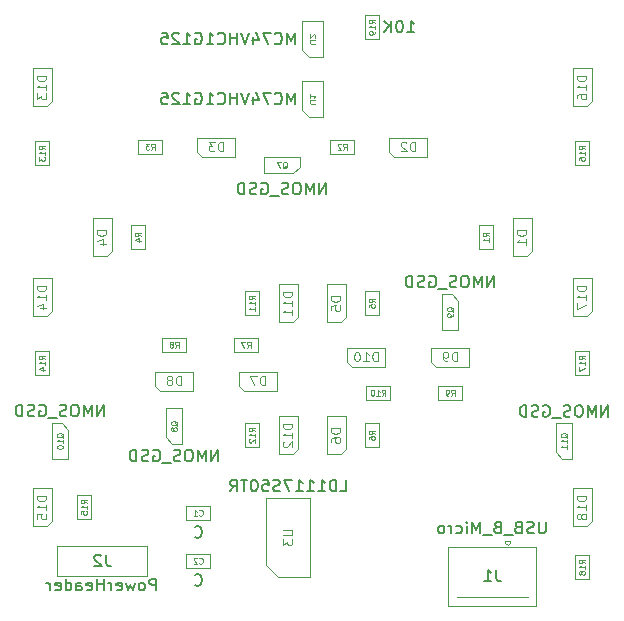
<source format=gbr>
G04 #@! TF.GenerationSoftware,KiCad,Pcbnew,5.1.5+dfsg1-2build2*
G04 #@! TF.CreationDate,2020-06-21T16:19:52-07:00*
G04 #@! TF.ProjectId,sram-cell,7372616d-2d63-4656-9c6c-2e6b69636164,rev?*
G04 #@! TF.SameCoordinates,Original*
G04 #@! TF.FileFunction,Other,Fab,Bot*
%FSLAX46Y46*%
G04 Gerber Fmt 4.6, Leading zero omitted, Abs format (unit mm)*
G04 Created by KiCad (PCBNEW 5.1.5+dfsg1-2build2) date 2020-06-21 16:19:52*
%MOMM*%
%LPD*%
G04 APERTURE LIST*
%ADD10C,0.100000*%
%ADD11C,0.150000*%
%ADD12C,0.120000*%
%ADD13C,0.080000*%
%ADD14C,0.075000*%
G04 APERTURE END LIST*
D10*
X176060000Y-117780000D02*
X176060000Y-120580000D01*
X176060000Y-120580000D02*
X175660000Y-120980000D01*
X175660000Y-120980000D02*
X174460000Y-120980000D01*
X174460000Y-120980000D02*
X174460000Y-117780000D01*
X174460000Y-117780000D02*
X176060000Y-117780000D01*
X176060000Y-100000000D02*
X176060000Y-102800000D01*
X176060000Y-102800000D02*
X175660000Y-103200000D01*
X175660000Y-103200000D02*
X174460000Y-103200000D01*
X174460000Y-103200000D02*
X174460000Y-100000000D01*
X174460000Y-100000000D02*
X176060000Y-100000000D01*
X176060000Y-82220000D02*
X176060000Y-85020000D01*
X176060000Y-85020000D02*
X175660000Y-85420000D01*
X175660000Y-85420000D02*
X174460000Y-85420000D01*
X174460000Y-85420000D02*
X174460000Y-82220000D01*
X174460000Y-82220000D02*
X176060000Y-82220000D01*
X130340000Y-117780000D02*
X130340000Y-120580000D01*
X130340000Y-120580000D02*
X129940000Y-120980000D01*
X129940000Y-120980000D02*
X128740000Y-120980000D01*
X128740000Y-120980000D02*
X128740000Y-117780000D01*
X128740000Y-117780000D02*
X130340000Y-117780000D01*
X130340000Y-100000000D02*
X130340000Y-102800000D01*
X130340000Y-102800000D02*
X129940000Y-103200000D01*
X129940000Y-103200000D02*
X128740000Y-103200000D01*
X128740000Y-103200000D02*
X128740000Y-100000000D01*
X128740000Y-100000000D02*
X130340000Y-100000000D01*
X130340000Y-82220000D02*
X130340000Y-85020000D01*
X130340000Y-85020000D02*
X129940000Y-85420000D01*
X129940000Y-85420000D02*
X128740000Y-85420000D01*
X128740000Y-85420000D02*
X128740000Y-82220000D01*
X128740000Y-82220000D02*
X130340000Y-82220000D01*
X151168000Y-111684000D02*
X151168000Y-114484000D01*
X151168000Y-114484000D02*
X150768000Y-114884000D01*
X150768000Y-114884000D02*
X149568000Y-114884000D01*
X149568000Y-114884000D02*
X149568000Y-111684000D01*
X149568000Y-111684000D02*
X151168000Y-111684000D01*
X151168000Y-100508000D02*
X151168000Y-103308000D01*
X151168000Y-103308000D02*
X150768000Y-103708000D01*
X150768000Y-103708000D02*
X149568000Y-103708000D01*
X149568000Y-103708000D02*
X149568000Y-100508000D01*
X149568000Y-100508000D02*
X151168000Y-100508000D01*
X158572000Y-107480000D02*
X155772000Y-107480000D01*
X155772000Y-107480000D02*
X155372000Y-107080000D01*
X155372000Y-107080000D02*
X155372000Y-105880000D01*
X155372000Y-105880000D02*
X158572000Y-105880000D01*
X158572000Y-105880000D02*
X158572000Y-107480000D01*
X165684000Y-107480000D02*
X162884000Y-107480000D01*
X162884000Y-107480000D02*
X162484000Y-107080000D01*
X162484000Y-107080000D02*
X162484000Y-105880000D01*
X162484000Y-105880000D02*
X165684000Y-105880000D01*
X165684000Y-105880000D02*
X165684000Y-107480000D01*
X142316000Y-109512000D02*
X139516000Y-109512000D01*
X139516000Y-109512000D02*
X139116000Y-109112000D01*
X139116000Y-109112000D02*
X139116000Y-107912000D01*
X139116000Y-107912000D02*
X142316000Y-107912000D01*
X142316000Y-107912000D02*
X142316000Y-109512000D01*
X149428000Y-109512000D02*
X146628000Y-109512000D01*
X146628000Y-109512000D02*
X146228000Y-109112000D01*
X146228000Y-109112000D02*
X146228000Y-107912000D01*
X146228000Y-107912000D02*
X149428000Y-107912000D01*
X149428000Y-107912000D02*
X149428000Y-109512000D01*
X155232000Y-111684000D02*
X155232000Y-114484000D01*
X155232000Y-114484000D02*
X154832000Y-114884000D01*
X154832000Y-114884000D02*
X153632000Y-114884000D01*
X153632000Y-114884000D02*
X153632000Y-111684000D01*
X153632000Y-111684000D02*
X155232000Y-111684000D01*
X155232000Y-100508000D02*
X155232000Y-103308000D01*
X155232000Y-103308000D02*
X154832000Y-103708000D01*
X154832000Y-103708000D02*
X153632000Y-103708000D01*
X153632000Y-103708000D02*
X153632000Y-100508000D01*
X153632000Y-100508000D02*
X155232000Y-100508000D01*
X135420000Y-94920000D02*
X135420000Y-97720000D01*
X135420000Y-97720000D02*
X135020000Y-98120000D01*
X135020000Y-98120000D02*
X133820000Y-98120000D01*
X133820000Y-98120000D02*
X133820000Y-94920000D01*
X133820000Y-94920000D02*
X135420000Y-94920000D01*
X145872000Y-89700000D02*
X143072000Y-89700000D01*
X143072000Y-89700000D02*
X142672000Y-89300000D01*
X142672000Y-89300000D02*
X142672000Y-88100000D01*
X142672000Y-88100000D02*
X145872000Y-88100000D01*
X145872000Y-88100000D02*
X145872000Y-89700000D01*
X162128000Y-89700000D02*
X159328000Y-89700000D01*
X159328000Y-89700000D02*
X158928000Y-89300000D01*
X158928000Y-89300000D02*
X158928000Y-88100000D01*
X158928000Y-88100000D02*
X162128000Y-88100000D01*
X162128000Y-88100000D02*
X162128000Y-89700000D01*
X170980000Y-94920000D02*
X170980000Y-97720000D01*
X170980000Y-97720000D02*
X170580000Y-98120000D01*
X170580000Y-98120000D02*
X169380000Y-98120000D01*
X169380000Y-98120000D02*
X169380000Y-94920000D01*
X169380000Y-94920000D02*
X170980000Y-94920000D01*
X168740000Y-122210500D02*
X168740000Y-122420500D01*
X169140000Y-122210500D02*
X169140000Y-122420500D01*
X169140000Y-122210500D02*
X168740000Y-122210500D01*
X168740000Y-122420500D02*
X168940000Y-122620500D01*
X168940000Y-122620500D02*
X169140000Y-122420500D01*
X171390000Y-127720500D02*
X171390000Y-122720500D01*
X171390000Y-122720500D02*
X163890000Y-122720500D01*
X171390000Y-127722204D02*
X163890000Y-127722204D01*
X170640000Y-127022204D02*
X164640000Y-127022204D01*
X163890000Y-127720500D02*
X163890000Y-122720500D01*
X138430000Y-125222000D02*
X138430000Y-122682000D01*
X138430000Y-122682000D02*
X130810000Y-122682000D01*
X130810000Y-122682000D02*
X130810000Y-125222000D01*
X130810000Y-125222000D02*
X138430000Y-125222000D01*
X156880000Y-77740000D02*
X156880000Y-79740000D01*
X158080000Y-77740000D02*
X156880000Y-77740000D01*
X158080000Y-79740000D02*
X158080000Y-77740000D01*
X156880000Y-79740000D02*
X158080000Y-79740000D01*
X133696000Y-118380000D02*
X132496000Y-118380000D01*
X132496000Y-118380000D02*
X132496000Y-120380000D01*
X132496000Y-120380000D02*
X133696000Y-120380000D01*
X133696000Y-120380000D02*
X133696000Y-118380000D01*
X152218000Y-125270000D02*
X152218000Y-118570000D01*
X148518000Y-118570000D02*
X152218000Y-118570000D01*
X149518000Y-125270000D02*
X152218000Y-125270000D01*
X148518000Y-124270000D02*
X148518000Y-118570000D01*
X148518000Y-124270000D02*
X149518000Y-125270000D01*
X141748000Y-124552000D02*
X143748000Y-124552000D01*
X141748000Y-123352000D02*
X141748000Y-124552000D01*
X143748000Y-123352000D02*
X141748000Y-123352000D01*
X143748000Y-124552000D02*
X143748000Y-123352000D01*
X141748000Y-120488000D02*
X143748000Y-120488000D01*
X141748000Y-119288000D02*
X141748000Y-120488000D01*
X143748000Y-119288000D02*
X141748000Y-119288000D01*
X143748000Y-120488000D02*
X143748000Y-119288000D01*
X153300000Y-81306000D02*
X153300000Y-78206000D01*
X153300000Y-78206000D02*
X151500000Y-78206000D01*
X151500000Y-80656000D02*
X151500000Y-78206000D01*
X153300000Y-81306000D02*
X152150000Y-81306000D01*
X151500000Y-80656000D02*
X152150000Y-81306000D01*
X153300000Y-86386000D02*
X153300000Y-83286000D01*
X153300000Y-83286000D02*
X151500000Y-83286000D01*
X151500000Y-85736000D02*
X151500000Y-83286000D01*
X153300000Y-86386000D02*
X152150000Y-86386000D01*
X151500000Y-85736000D02*
X152150000Y-86386000D01*
X175860000Y-125460000D02*
X175860000Y-123460000D01*
X174660000Y-125460000D02*
X175860000Y-125460000D01*
X174660000Y-123460000D02*
X174660000Y-125460000D01*
X175860000Y-123460000D02*
X174660000Y-123460000D01*
X175860000Y-108188000D02*
X175860000Y-106188000D01*
X174660000Y-108188000D02*
X175860000Y-108188000D01*
X174660000Y-106188000D02*
X174660000Y-108188000D01*
X175860000Y-106188000D02*
X174660000Y-106188000D01*
X175860000Y-90408000D02*
X175860000Y-88408000D01*
X174660000Y-90408000D02*
X175860000Y-90408000D01*
X174660000Y-88408000D02*
X174660000Y-90408000D01*
X175860000Y-88408000D02*
X174660000Y-88408000D01*
X130140000Y-108188000D02*
X130140000Y-106188000D01*
X128940000Y-108188000D02*
X130140000Y-108188000D01*
X128940000Y-106188000D02*
X128940000Y-108188000D01*
X130140000Y-106188000D02*
X128940000Y-106188000D01*
X130140000Y-90408000D02*
X130140000Y-88408000D01*
X128940000Y-90408000D02*
X130140000Y-90408000D01*
X128940000Y-88408000D02*
X128940000Y-90408000D01*
X130140000Y-88408000D02*
X128940000Y-88408000D01*
X146720000Y-112284000D02*
X146720000Y-114284000D01*
X147920000Y-112284000D02*
X146720000Y-112284000D01*
X147920000Y-114284000D02*
X147920000Y-112284000D01*
X146720000Y-114284000D02*
X147920000Y-114284000D01*
X146720000Y-101108000D02*
X146720000Y-103108000D01*
X147920000Y-101108000D02*
X146720000Y-101108000D01*
X147920000Y-103108000D02*
X147920000Y-101108000D01*
X146720000Y-103108000D02*
X147920000Y-103108000D01*
X158988000Y-109128000D02*
X156988000Y-109128000D01*
X158988000Y-110328000D02*
X158988000Y-109128000D01*
X156988000Y-110328000D02*
X158988000Y-110328000D01*
X156988000Y-109128000D02*
X156988000Y-110328000D01*
X165084000Y-109128000D02*
X163084000Y-109128000D01*
X165084000Y-110328000D02*
X165084000Y-109128000D01*
X163084000Y-110328000D02*
X165084000Y-110328000D01*
X163084000Y-109128000D02*
X163084000Y-110328000D01*
X141716000Y-105064000D02*
X139716000Y-105064000D01*
X141716000Y-106264000D02*
X141716000Y-105064000D01*
X139716000Y-106264000D02*
X141716000Y-106264000D01*
X139716000Y-105064000D02*
X139716000Y-106264000D01*
X145812000Y-106264000D02*
X147812000Y-106264000D01*
X145812000Y-105064000D02*
X145812000Y-106264000D01*
X147812000Y-105064000D02*
X145812000Y-105064000D01*
X147812000Y-106264000D02*
X147812000Y-105064000D01*
X156880000Y-112284000D02*
X156880000Y-114284000D01*
X158080000Y-112284000D02*
X156880000Y-112284000D01*
X158080000Y-114284000D02*
X158080000Y-112284000D01*
X156880000Y-114284000D02*
X158080000Y-114284000D01*
X156880000Y-101108000D02*
X156880000Y-103108000D01*
X158080000Y-101108000D02*
X156880000Y-101108000D01*
X158080000Y-103108000D02*
X158080000Y-101108000D01*
X156880000Y-103108000D02*
X158080000Y-103108000D01*
X137068000Y-95520000D02*
X137068000Y-97520000D01*
X138268000Y-95520000D02*
X137068000Y-95520000D01*
X138268000Y-97520000D02*
X138268000Y-95520000D01*
X137068000Y-97520000D02*
X138268000Y-97520000D01*
X137684000Y-89500000D02*
X139684000Y-89500000D01*
X137684000Y-88300000D02*
X137684000Y-89500000D01*
X139684000Y-88300000D02*
X137684000Y-88300000D01*
X139684000Y-89500000D02*
X139684000Y-88300000D01*
X153940000Y-89500000D02*
X155940000Y-89500000D01*
X153940000Y-88300000D02*
X153940000Y-89500000D01*
X155940000Y-88300000D02*
X153940000Y-88300000D01*
X155940000Y-89500000D02*
X155940000Y-88300000D01*
X173036000Y-112272000D02*
X174436000Y-112272000D01*
X174436000Y-115312000D02*
X174436000Y-112272000D01*
X173036000Y-114742000D02*
X173586000Y-115312000D01*
X173586000Y-115312000D02*
X174436000Y-115312000D01*
X173036000Y-114742000D02*
X173036000Y-112292000D01*
X131764000Y-115312000D02*
X130364000Y-115312000D01*
X130364000Y-112272000D02*
X130364000Y-115312000D01*
X131764000Y-112842000D02*
X131214000Y-112272000D01*
X131214000Y-112272000D02*
X130364000Y-112272000D01*
X131764000Y-112842000D02*
X131764000Y-115292000D01*
X164784000Y-104390000D02*
X163384000Y-104390000D01*
X163384000Y-101350000D02*
X163384000Y-104390000D01*
X164784000Y-101920000D02*
X164234000Y-101350000D01*
X164234000Y-101350000D02*
X163384000Y-101350000D01*
X164784000Y-101920000D02*
X164784000Y-104370000D01*
X140016000Y-111002000D02*
X141416000Y-111002000D01*
X141416000Y-114042000D02*
X141416000Y-111002000D01*
X140016000Y-113472000D02*
X140566000Y-114042000D01*
X140566000Y-114042000D02*
X141416000Y-114042000D01*
X140016000Y-113472000D02*
X140016000Y-111022000D01*
X148340000Y-91124000D02*
X148340000Y-89724000D01*
X151380000Y-89724000D02*
X148340000Y-89724000D01*
X150810000Y-91124000D02*
X151380000Y-90574000D01*
X151380000Y-90574000D02*
X151380000Y-89724000D01*
X150810000Y-91124000D02*
X148360000Y-91124000D01*
X166532000Y-97520000D02*
X167732000Y-97520000D01*
X167732000Y-97520000D02*
X167732000Y-95520000D01*
X167732000Y-95520000D02*
X166532000Y-95520000D01*
X166532000Y-95520000D02*
X166532000Y-97520000D01*
D11*
D12*
X175621904Y-118408571D02*
X174821904Y-118408571D01*
X174821904Y-118599047D01*
X174860000Y-118713333D01*
X174936190Y-118789523D01*
X175012380Y-118827619D01*
X175164761Y-118865714D01*
X175279047Y-118865714D01*
X175431428Y-118827619D01*
X175507619Y-118789523D01*
X175583809Y-118713333D01*
X175621904Y-118599047D01*
X175621904Y-118408571D01*
X175621904Y-119627619D02*
X175621904Y-119170476D01*
X175621904Y-119399047D02*
X174821904Y-119399047D01*
X174936190Y-119322857D01*
X175012380Y-119246666D01*
X175050476Y-119170476D01*
X175164761Y-120084761D02*
X175126666Y-120008571D01*
X175088571Y-119970476D01*
X175012380Y-119932380D01*
X174974285Y-119932380D01*
X174898095Y-119970476D01*
X174860000Y-120008571D01*
X174821904Y-120084761D01*
X174821904Y-120237142D01*
X174860000Y-120313333D01*
X174898095Y-120351428D01*
X174974285Y-120389523D01*
X175012380Y-120389523D01*
X175088571Y-120351428D01*
X175126666Y-120313333D01*
X175164761Y-120237142D01*
X175164761Y-120084761D01*
X175202857Y-120008571D01*
X175240952Y-119970476D01*
X175317142Y-119932380D01*
X175469523Y-119932380D01*
X175545714Y-119970476D01*
X175583809Y-120008571D01*
X175621904Y-120084761D01*
X175621904Y-120237142D01*
X175583809Y-120313333D01*
X175545714Y-120351428D01*
X175469523Y-120389523D01*
X175317142Y-120389523D01*
X175240952Y-120351428D01*
X175202857Y-120313333D01*
X175164761Y-120237142D01*
D11*
D12*
X175621904Y-100628571D02*
X174821904Y-100628571D01*
X174821904Y-100819047D01*
X174860000Y-100933333D01*
X174936190Y-101009523D01*
X175012380Y-101047619D01*
X175164761Y-101085714D01*
X175279047Y-101085714D01*
X175431428Y-101047619D01*
X175507619Y-101009523D01*
X175583809Y-100933333D01*
X175621904Y-100819047D01*
X175621904Y-100628571D01*
X175621904Y-101847619D02*
X175621904Y-101390476D01*
X175621904Y-101619047D02*
X174821904Y-101619047D01*
X174936190Y-101542857D01*
X175012380Y-101466666D01*
X175050476Y-101390476D01*
X174821904Y-102114285D02*
X174821904Y-102647619D01*
X175621904Y-102304761D01*
D11*
D12*
X175621904Y-82848571D02*
X174821904Y-82848571D01*
X174821904Y-83039047D01*
X174860000Y-83153333D01*
X174936190Y-83229523D01*
X175012380Y-83267619D01*
X175164761Y-83305714D01*
X175279047Y-83305714D01*
X175431428Y-83267619D01*
X175507619Y-83229523D01*
X175583809Y-83153333D01*
X175621904Y-83039047D01*
X175621904Y-82848571D01*
X175621904Y-84067619D02*
X175621904Y-83610476D01*
X175621904Y-83839047D02*
X174821904Y-83839047D01*
X174936190Y-83762857D01*
X175012380Y-83686666D01*
X175050476Y-83610476D01*
X174821904Y-84753333D02*
X174821904Y-84600952D01*
X174860000Y-84524761D01*
X174898095Y-84486666D01*
X175012380Y-84410476D01*
X175164761Y-84372380D01*
X175469523Y-84372380D01*
X175545714Y-84410476D01*
X175583809Y-84448571D01*
X175621904Y-84524761D01*
X175621904Y-84677142D01*
X175583809Y-84753333D01*
X175545714Y-84791428D01*
X175469523Y-84829523D01*
X175279047Y-84829523D01*
X175202857Y-84791428D01*
X175164761Y-84753333D01*
X175126666Y-84677142D01*
X175126666Y-84524761D01*
X175164761Y-84448571D01*
X175202857Y-84410476D01*
X175279047Y-84372380D01*
D11*
D12*
X129901904Y-118408571D02*
X129101904Y-118408571D01*
X129101904Y-118599047D01*
X129140000Y-118713333D01*
X129216190Y-118789523D01*
X129292380Y-118827619D01*
X129444761Y-118865714D01*
X129559047Y-118865714D01*
X129711428Y-118827619D01*
X129787619Y-118789523D01*
X129863809Y-118713333D01*
X129901904Y-118599047D01*
X129901904Y-118408571D01*
X129901904Y-119627619D02*
X129901904Y-119170476D01*
X129901904Y-119399047D02*
X129101904Y-119399047D01*
X129216190Y-119322857D01*
X129292380Y-119246666D01*
X129330476Y-119170476D01*
X129101904Y-120351428D02*
X129101904Y-119970476D01*
X129482857Y-119932380D01*
X129444761Y-119970476D01*
X129406666Y-120046666D01*
X129406666Y-120237142D01*
X129444761Y-120313333D01*
X129482857Y-120351428D01*
X129559047Y-120389523D01*
X129749523Y-120389523D01*
X129825714Y-120351428D01*
X129863809Y-120313333D01*
X129901904Y-120237142D01*
X129901904Y-120046666D01*
X129863809Y-119970476D01*
X129825714Y-119932380D01*
D11*
D12*
X129901904Y-100628571D02*
X129101904Y-100628571D01*
X129101904Y-100819047D01*
X129140000Y-100933333D01*
X129216190Y-101009523D01*
X129292380Y-101047619D01*
X129444761Y-101085714D01*
X129559047Y-101085714D01*
X129711428Y-101047619D01*
X129787619Y-101009523D01*
X129863809Y-100933333D01*
X129901904Y-100819047D01*
X129901904Y-100628571D01*
X129901904Y-101847619D02*
X129901904Y-101390476D01*
X129901904Y-101619047D02*
X129101904Y-101619047D01*
X129216190Y-101542857D01*
X129292380Y-101466666D01*
X129330476Y-101390476D01*
X129368571Y-102533333D02*
X129901904Y-102533333D01*
X129063809Y-102342857D02*
X129635238Y-102152380D01*
X129635238Y-102647619D01*
D11*
D12*
X129901904Y-82848571D02*
X129101904Y-82848571D01*
X129101904Y-83039047D01*
X129140000Y-83153333D01*
X129216190Y-83229523D01*
X129292380Y-83267619D01*
X129444761Y-83305714D01*
X129559047Y-83305714D01*
X129711428Y-83267619D01*
X129787619Y-83229523D01*
X129863809Y-83153333D01*
X129901904Y-83039047D01*
X129901904Y-82848571D01*
X129901904Y-84067619D02*
X129901904Y-83610476D01*
X129901904Y-83839047D02*
X129101904Y-83839047D01*
X129216190Y-83762857D01*
X129292380Y-83686666D01*
X129330476Y-83610476D01*
X129101904Y-84334285D02*
X129101904Y-84829523D01*
X129406666Y-84562857D01*
X129406666Y-84677142D01*
X129444761Y-84753333D01*
X129482857Y-84791428D01*
X129559047Y-84829523D01*
X129749523Y-84829523D01*
X129825714Y-84791428D01*
X129863809Y-84753333D01*
X129901904Y-84677142D01*
X129901904Y-84448571D01*
X129863809Y-84372380D01*
X129825714Y-84334285D01*
D11*
D12*
X150729904Y-112312571D02*
X149929904Y-112312571D01*
X149929904Y-112503047D01*
X149968000Y-112617333D01*
X150044190Y-112693523D01*
X150120380Y-112731619D01*
X150272761Y-112769714D01*
X150387047Y-112769714D01*
X150539428Y-112731619D01*
X150615619Y-112693523D01*
X150691809Y-112617333D01*
X150729904Y-112503047D01*
X150729904Y-112312571D01*
X150729904Y-113531619D02*
X150729904Y-113074476D01*
X150729904Y-113303047D02*
X149929904Y-113303047D01*
X150044190Y-113226857D01*
X150120380Y-113150666D01*
X150158476Y-113074476D01*
X150006095Y-113836380D02*
X149968000Y-113874476D01*
X149929904Y-113950666D01*
X149929904Y-114141142D01*
X149968000Y-114217333D01*
X150006095Y-114255428D01*
X150082285Y-114293523D01*
X150158476Y-114293523D01*
X150272761Y-114255428D01*
X150729904Y-113798285D01*
X150729904Y-114293523D01*
D11*
D12*
X150729904Y-101136571D02*
X149929904Y-101136571D01*
X149929904Y-101327047D01*
X149968000Y-101441333D01*
X150044190Y-101517523D01*
X150120380Y-101555619D01*
X150272761Y-101593714D01*
X150387047Y-101593714D01*
X150539428Y-101555619D01*
X150615619Y-101517523D01*
X150691809Y-101441333D01*
X150729904Y-101327047D01*
X150729904Y-101136571D01*
X150729904Y-102355619D02*
X150729904Y-101898476D01*
X150729904Y-102127047D02*
X149929904Y-102127047D01*
X150044190Y-102050857D01*
X150120380Y-101974666D01*
X150158476Y-101898476D01*
X150729904Y-103117523D02*
X150729904Y-102660380D01*
X150729904Y-102888952D02*
X149929904Y-102888952D01*
X150044190Y-102812761D01*
X150120380Y-102736571D01*
X150158476Y-102660380D01*
D11*
D12*
X157943428Y-107041904D02*
X157943428Y-106241904D01*
X157752952Y-106241904D01*
X157638666Y-106280000D01*
X157562476Y-106356190D01*
X157524380Y-106432380D01*
X157486285Y-106584761D01*
X157486285Y-106699047D01*
X157524380Y-106851428D01*
X157562476Y-106927619D01*
X157638666Y-107003809D01*
X157752952Y-107041904D01*
X157943428Y-107041904D01*
X156724380Y-107041904D02*
X157181523Y-107041904D01*
X156952952Y-107041904D02*
X156952952Y-106241904D01*
X157029142Y-106356190D01*
X157105333Y-106432380D01*
X157181523Y-106470476D01*
X156229142Y-106241904D02*
X156152952Y-106241904D01*
X156076761Y-106280000D01*
X156038666Y-106318095D01*
X156000571Y-106394285D01*
X155962476Y-106546666D01*
X155962476Y-106737142D01*
X156000571Y-106889523D01*
X156038666Y-106965714D01*
X156076761Y-107003809D01*
X156152952Y-107041904D01*
X156229142Y-107041904D01*
X156305333Y-107003809D01*
X156343428Y-106965714D01*
X156381523Y-106889523D01*
X156419619Y-106737142D01*
X156419619Y-106546666D01*
X156381523Y-106394285D01*
X156343428Y-106318095D01*
X156305333Y-106280000D01*
X156229142Y-106241904D01*
D11*
D12*
X164674476Y-107041904D02*
X164674476Y-106241904D01*
X164484000Y-106241904D01*
X164369714Y-106280000D01*
X164293523Y-106356190D01*
X164255428Y-106432380D01*
X164217333Y-106584761D01*
X164217333Y-106699047D01*
X164255428Y-106851428D01*
X164293523Y-106927619D01*
X164369714Y-107003809D01*
X164484000Y-107041904D01*
X164674476Y-107041904D01*
X163836380Y-107041904D02*
X163684000Y-107041904D01*
X163607809Y-107003809D01*
X163569714Y-106965714D01*
X163493523Y-106851428D01*
X163455428Y-106699047D01*
X163455428Y-106394285D01*
X163493523Y-106318095D01*
X163531619Y-106280000D01*
X163607809Y-106241904D01*
X163760190Y-106241904D01*
X163836380Y-106280000D01*
X163874476Y-106318095D01*
X163912571Y-106394285D01*
X163912571Y-106584761D01*
X163874476Y-106660952D01*
X163836380Y-106699047D01*
X163760190Y-106737142D01*
X163607809Y-106737142D01*
X163531619Y-106699047D01*
X163493523Y-106660952D01*
X163455428Y-106584761D01*
D11*
D12*
X141306476Y-109073904D02*
X141306476Y-108273904D01*
X141116000Y-108273904D01*
X141001714Y-108312000D01*
X140925523Y-108388190D01*
X140887428Y-108464380D01*
X140849333Y-108616761D01*
X140849333Y-108731047D01*
X140887428Y-108883428D01*
X140925523Y-108959619D01*
X141001714Y-109035809D01*
X141116000Y-109073904D01*
X141306476Y-109073904D01*
X140392190Y-108616761D02*
X140468380Y-108578666D01*
X140506476Y-108540571D01*
X140544571Y-108464380D01*
X140544571Y-108426285D01*
X140506476Y-108350095D01*
X140468380Y-108312000D01*
X140392190Y-108273904D01*
X140239809Y-108273904D01*
X140163619Y-108312000D01*
X140125523Y-108350095D01*
X140087428Y-108426285D01*
X140087428Y-108464380D01*
X140125523Y-108540571D01*
X140163619Y-108578666D01*
X140239809Y-108616761D01*
X140392190Y-108616761D01*
X140468380Y-108654857D01*
X140506476Y-108692952D01*
X140544571Y-108769142D01*
X140544571Y-108921523D01*
X140506476Y-108997714D01*
X140468380Y-109035809D01*
X140392190Y-109073904D01*
X140239809Y-109073904D01*
X140163619Y-109035809D01*
X140125523Y-108997714D01*
X140087428Y-108921523D01*
X140087428Y-108769142D01*
X140125523Y-108692952D01*
X140163619Y-108654857D01*
X140239809Y-108616761D01*
D11*
D12*
X148418476Y-109073904D02*
X148418476Y-108273904D01*
X148228000Y-108273904D01*
X148113714Y-108312000D01*
X148037523Y-108388190D01*
X147999428Y-108464380D01*
X147961333Y-108616761D01*
X147961333Y-108731047D01*
X147999428Y-108883428D01*
X148037523Y-108959619D01*
X148113714Y-109035809D01*
X148228000Y-109073904D01*
X148418476Y-109073904D01*
X147694666Y-108273904D02*
X147161333Y-108273904D01*
X147504190Y-109073904D01*
D11*
D12*
X154793904Y-112693523D02*
X153993904Y-112693523D01*
X153993904Y-112884000D01*
X154032000Y-112998285D01*
X154108190Y-113074476D01*
X154184380Y-113112571D01*
X154336761Y-113150666D01*
X154451047Y-113150666D01*
X154603428Y-113112571D01*
X154679619Y-113074476D01*
X154755809Y-112998285D01*
X154793904Y-112884000D01*
X154793904Y-112693523D01*
X153993904Y-113836380D02*
X153993904Y-113684000D01*
X154032000Y-113607809D01*
X154070095Y-113569714D01*
X154184380Y-113493523D01*
X154336761Y-113455428D01*
X154641523Y-113455428D01*
X154717714Y-113493523D01*
X154755809Y-113531619D01*
X154793904Y-113607809D01*
X154793904Y-113760190D01*
X154755809Y-113836380D01*
X154717714Y-113874476D01*
X154641523Y-113912571D01*
X154451047Y-113912571D01*
X154374857Y-113874476D01*
X154336761Y-113836380D01*
X154298666Y-113760190D01*
X154298666Y-113607809D01*
X154336761Y-113531619D01*
X154374857Y-113493523D01*
X154451047Y-113455428D01*
D11*
D12*
X154793904Y-101517523D02*
X153993904Y-101517523D01*
X153993904Y-101708000D01*
X154032000Y-101822285D01*
X154108190Y-101898476D01*
X154184380Y-101936571D01*
X154336761Y-101974666D01*
X154451047Y-101974666D01*
X154603428Y-101936571D01*
X154679619Y-101898476D01*
X154755809Y-101822285D01*
X154793904Y-101708000D01*
X154793904Y-101517523D01*
X153993904Y-102698476D02*
X153993904Y-102317523D01*
X154374857Y-102279428D01*
X154336761Y-102317523D01*
X154298666Y-102393714D01*
X154298666Y-102584190D01*
X154336761Y-102660380D01*
X154374857Y-102698476D01*
X154451047Y-102736571D01*
X154641523Y-102736571D01*
X154717714Y-102698476D01*
X154755809Y-102660380D01*
X154793904Y-102584190D01*
X154793904Y-102393714D01*
X154755809Y-102317523D01*
X154717714Y-102279428D01*
D11*
D12*
X134981904Y-95929523D02*
X134181904Y-95929523D01*
X134181904Y-96120000D01*
X134220000Y-96234285D01*
X134296190Y-96310476D01*
X134372380Y-96348571D01*
X134524761Y-96386666D01*
X134639047Y-96386666D01*
X134791428Y-96348571D01*
X134867619Y-96310476D01*
X134943809Y-96234285D01*
X134981904Y-96120000D01*
X134981904Y-95929523D01*
X134448571Y-97072380D02*
X134981904Y-97072380D01*
X134143809Y-96881904D02*
X134715238Y-96691428D01*
X134715238Y-97186666D01*
D11*
D12*
X144862476Y-89261904D02*
X144862476Y-88461904D01*
X144672000Y-88461904D01*
X144557714Y-88500000D01*
X144481523Y-88576190D01*
X144443428Y-88652380D01*
X144405333Y-88804761D01*
X144405333Y-88919047D01*
X144443428Y-89071428D01*
X144481523Y-89147619D01*
X144557714Y-89223809D01*
X144672000Y-89261904D01*
X144862476Y-89261904D01*
X144138666Y-88461904D02*
X143643428Y-88461904D01*
X143910095Y-88766666D01*
X143795809Y-88766666D01*
X143719619Y-88804761D01*
X143681523Y-88842857D01*
X143643428Y-88919047D01*
X143643428Y-89109523D01*
X143681523Y-89185714D01*
X143719619Y-89223809D01*
X143795809Y-89261904D01*
X144024380Y-89261904D01*
X144100571Y-89223809D01*
X144138666Y-89185714D01*
D11*
D12*
X161118476Y-89261904D02*
X161118476Y-88461904D01*
X160928000Y-88461904D01*
X160813714Y-88500000D01*
X160737523Y-88576190D01*
X160699428Y-88652380D01*
X160661333Y-88804761D01*
X160661333Y-88919047D01*
X160699428Y-89071428D01*
X160737523Y-89147619D01*
X160813714Y-89223809D01*
X160928000Y-89261904D01*
X161118476Y-89261904D01*
X160356571Y-88538095D02*
X160318476Y-88500000D01*
X160242285Y-88461904D01*
X160051809Y-88461904D01*
X159975619Y-88500000D01*
X159937523Y-88538095D01*
X159899428Y-88614285D01*
X159899428Y-88690476D01*
X159937523Y-88804761D01*
X160394666Y-89261904D01*
X159899428Y-89261904D01*
D11*
D12*
X170541904Y-95929523D02*
X169741904Y-95929523D01*
X169741904Y-96120000D01*
X169780000Y-96234285D01*
X169856190Y-96310476D01*
X169932380Y-96348571D01*
X170084761Y-96386666D01*
X170199047Y-96386666D01*
X170351428Y-96348571D01*
X170427619Y-96310476D01*
X170503809Y-96234285D01*
X170541904Y-96120000D01*
X170541904Y-95929523D01*
X170541904Y-97148571D02*
X170541904Y-96691428D01*
X170541904Y-96920000D02*
X169741904Y-96920000D01*
X169856190Y-96843809D01*
X169932380Y-96767619D01*
X169970476Y-96691428D01*
D11*
X172163809Y-120610380D02*
X172163809Y-121419904D01*
X172116190Y-121515142D01*
X172068571Y-121562761D01*
X171973333Y-121610380D01*
X171782857Y-121610380D01*
X171687619Y-121562761D01*
X171640000Y-121515142D01*
X171592380Y-121419904D01*
X171592380Y-120610380D01*
X171163809Y-121562761D02*
X171020952Y-121610380D01*
X170782857Y-121610380D01*
X170687619Y-121562761D01*
X170640000Y-121515142D01*
X170592380Y-121419904D01*
X170592380Y-121324666D01*
X170640000Y-121229428D01*
X170687619Y-121181809D01*
X170782857Y-121134190D01*
X170973333Y-121086571D01*
X171068571Y-121038952D01*
X171116190Y-120991333D01*
X171163809Y-120896095D01*
X171163809Y-120800857D01*
X171116190Y-120705619D01*
X171068571Y-120658000D01*
X170973333Y-120610380D01*
X170735238Y-120610380D01*
X170592380Y-120658000D01*
X169830476Y-121086571D02*
X169687619Y-121134190D01*
X169640000Y-121181809D01*
X169592380Y-121277047D01*
X169592380Y-121419904D01*
X169640000Y-121515142D01*
X169687619Y-121562761D01*
X169782857Y-121610380D01*
X170163809Y-121610380D01*
X170163809Y-120610380D01*
X169830476Y-120610380D01*
X169735238Y-120658000D01*
X169687619Y-120705619D01*
X169640000Y-120800857D01*
X169640000Y-120896095D01*
X169687619Y-120991333D01*
X169735238Y-121038952D01*
X169830476Y-121086571D01*
X170163809Y-121086571D01*
X169401904Y-121705619D02*
X168640000Y-121705619D01*
X168068571Y-121086571D02*
X167925714Y-121134190D01*
X167878095Y-121181809D01*
X167830476Y-121277047D01*
X167830476Y-121419904D01*
X167878095Y-121515142D01*
X167925714Y-121562761D01*
X168020952Y-121610380D01*
X168401904Y-121610380D01*
X168401904Y-120610380D01*
X168068571Y-120610380D01*
X167973333Y-120658000D01*
X167925714Y-120705619D01*
X167878095Y-120800857D01*
X167878095Y-120896095D01*
X167925714Y-120991333D01*
X167973333Y-121038952D01*
X168068571Y-121086571D01*
X168401904Y-121086571D01*
X167640000Y-121705619D02*
X166878095Y-121705619D01*
X166640000Y-121610380D02*
X166640000Y-120610380D01*
X166306666Y-121324666D01*
X165973333Y-120610380D01*
X165973333Y-121610380D01*
X165497142Y-121610380D02*
X165497142Y-120943714D01*
X165497142Y-120610380D02*
X165544761Y-120658000D01*
X165497142Y-120705619D01*
X165449523Y-120658000D01*
X165497142Y-120610380D01*
X165497142Y-120705619D01*
X164592380Y-121562761D02*
X164687619Y-121610380D01*
X164878095Y-121610380D01*
X164973333Y-121562761D01*
X165020952Y-121515142D01*
X165068571Y-121419904D01*
X165068571Y-121134190D01*
X165020952Y-121038952D01*
X164973333Y-120991333D01*
X164878095Y-120943714D01*
X164687619Y-120943714D01*
X164592380Y-120991333D01*
X164163809Y-121610380D02*
X164163809Y-120943714D01*
X164163809Y-121134190D02*
X164116190Y-121038952D01*
X164068571Y-120991333D01*
X163973333Y-120943714D01*
X163878095Y-120943714D01*
X163401904Y-121610380D02*
X163497142Y-121562761D01*
X163544761Y-121515142D01*
X163592380Y-121419904D01*
X163592380Y-121134190D01*
X163544761Y-121038952D01*
X163497142Y-120991333D01*
X163401904Y-120943714D01*
X163259047Y-120943714D01*
X163163809Y-120991333D01*
X163116190Y-121038952D01*
X163068571Y-121134190D01*
X163068571Y-121419904D01*
X163116190Y-121515142D01*
X163163809Y-121562761D01*
X163259047Y-121610380D01*
X163401904Y-121610380D01*
X167973333Y-124672880D02*
X167973333Y-125387166D01*
X168020952Y-125530023D01*
X168116190Y-125625261D01*
X168259047Y-125672880D01*
X168354285Y-125672880D01*
X166973333Y-125672880D02*
X167544761Y-125672880D01*
X167259047Y-125672880D02*
X167259047Y-124672880D01*
X167354285Y-124815738D01*
X167449523Y-124910976D01*
X167544761Y-124958595D01*
X139191428Y-126436380D02*
X139191428Y-125436380D01*
X138810476Y-125436380D01*
X138715238Y-125484000D01*
X138667619Y-125531619D01*
X138620000Y-125626857D01*
X138620000Y-125769714D01*
X138667619Y-125864952D01*
X138715238Y-125912571D01*
X138810476Y-125960190D01*
X139191428Y-125960190D01*
X138048571Y-126436380D02*
X138143809Y-126388761D01*
X138191428Y-126341142D01*
X138239047Y-126245904D01*
X138239047Y-125960190D01*
X138191428Y-125864952D01*
X138143809Y-125817333D01*
X138048571Y-125769714D01*
X137905714Y-125769714D01*
X137810476Y-125817333D01*
X137762857Y-125864952D01*
X137715238Y-125960190D01*
X137715238Y-126245904D01*
X137762857Y-126341142D01*
X137810476Y-126388761D01*
X137905714Y-126436380D01*
X138048571Y-126436380D01*
X137381904Y-125769714D02*
X137191428Y-126436380D01*
X137000952Y-125960190D01*
X136810476Y-126436380D01*
X136620000Y-125769714D01*
X135858095Y-126388761D02*
X135953333Y-126436380D01*
X136143809Y-126436380D01*
X136239047Y-126388761D01*
X136286666Y-126293523D01*
X136286666Y-125912571D01*
X136239047Y-125817333D01*
X136143809Y-125769714D01*
X135953333Y-125769714D01*
X135858095Y-125817333D01*
X135810476Y-125912571D01*
X135810476Y-126007809D01*
X136286666Y-126103047D01*
X135381904Y-126436380D02*
X135381904Y-125769714D01*
X135381904Y-125960190D02*
X135334285Y-125864952D01*
X135286666Y-125817333D01*
X135191428Y-125769714D01*
X135096190Y-125769714D01*
X134762857Y-126436380D02*
X134762857Y-125436380D01*
X134762857Y-125912571D02*
X134191428Y-125912571D01*
X134191428Y-126436380D02*
X134191428Y-125436380D01*
X133334285Y-126388761D02*
X133429523Y-126436380D01*
X133620000Y-126436380D01*
X133715238Y-126388761D01*
X133762857Y-126293523D01*
X133762857Y-125912571D01*
X133715238Y-125817333D01*
X133620000Y-125769714D01*
X133429523Y-125769714D01*
X133334285Y-125817333D01*
X133286666Y-125912571D01*
X133286666Y-126007809D01*
X133762857Y-126103047D01*
X132429523Y-126436380D02*
X132429523Y-125912571D01*
X132477142Y-125817333D01*
X132572380Y-125769714D01*
X132762857Y-125769714D01*
X132858095Y-125817333D01*
X132429523Y-126388761D02*
X132524761Y-126436380D01*
X132762857Y-126436380D01*
X132858095Y-126388761D01*
X132905714Y-126293523D01*
X132905714Y-126198285D01*
X132858095Y-126103047D01*
X132762857Y-126055428D01*
X132524761Y-126055428D01*
X132429523Y-126007809D01*
X131524761Y-126436380D02*
X131524761Y-125436380D01*
X131524761Y-126388761D02*
X131620000Y-126436380D01*
X131810476Y-126436380D01*
X131905714Y-126388761D01*
X131953333Y-126341142D01*
X132000952Y-126245904D01*
X132000952Y-125960190D01*
X131953333Y-125864952D01*
X131905714Y-125817333D01*
X131810476Y-125769714D01*
X131620000Y-125769714D01*
X131524761Y-125817333D01*
X130667619Y-126388761D02*
X130762857Y-126436380D01*
X130953333Y-126436380D01*
X131048571Y-126388761D01*
X131096190Y-126293523D01*
X131096190Y-125912571D01*
X131048571Y-125817333D01*
X130953333Y-125769714D01*
X130762857Y-125769714D01*
X130667619Y-125817333D01*
X130620000Y-125912571D01*
X130620000Y-126007809D01*
X131096190Y-126103047D01*
X130191428Y-126436380D02*
X130191428Y-125769714D01*
X130191428Y-125960190D02*
X130143809Y-125864952D01*
X130096190Y-125817333D01*
X130000952Y-125769714D01*
X129905714Y-125769714D01*
X134953333Y-123404380D02*
X134953333Y-124118666D01*
X135000952Y-124261523D01*
X135096190Y-124356761D01*
X135239047Y-124404380D01*
X135334285Y-124404380D01*
X134524761Y-123499619D02*
X134477142Y-123452000D01*
X134381904Y-123404380D01*
X134143809Y-123404380D01*
X134048571Y-123452000D01*
X134000952Y-123499619D01*
X133953333Y-123594857D01*
X133953333Y-123690095D01*
X134000952Y-123832952D01*
X134572380Y-124404380D01*
X133953333Y-124404380D01*
X160456476Y-79192380D02*
X161027904Y-79192380D01*
X160742190Y-79192380D02*
X160742190Y-78192380D01*
X160837428Y-78335238D01*
X160932666Y-78430476D01*
X161027904Y-78478095D01*
X159837428Y-78192380D02*
X159742190Y-78192380D01*
X159646952Y-78240000D01*
X159599333Y-78287619D01*
X159551714Y-78382857D01*
X159504095Y-78573333D01*
X159504095Y-78811428D01*
X159551714Y-79001904D01*
X159599333Y-79097142D01*
X159646952Y-79144761D01*
X159742190Y-79192380D01*
X159837428Y-79192380D01*
X159932666Y-79144761D01*
X159980285Y-79097142D01*
X160027904Y-79001904D01*
X160075523Y-78811428D01*
X160075523Y-78573333D01*
X160027904Y-78382857D01*
X159980285Y-78287619D01*
X159932666Y-78240000D01*
X159837428Y-78192380D01*
X159075523Y-79192380D02*
X159075523Y-78192380D01*
X158504095Y-79192380D02*
X158932666Y-78620952D01*
X158504095Y-78192380D02*
X159075523Y-78763809D01*
D13*
X157706190Y-78418571D02*
X157468095Y-78251904D01*
X157706190Y-78132857D02*
X157206190Y-78132857D01*
X157206190Y-78323333D01*
X157230000Y-78370952D01*
X157253809Y-78394761D01*
X157301428Y-78418571D01*
X157372857Y-78418571D01*
X157420476Y-78394761D01*
X157444285Y-78370952D01*
X157468095Y-78323333D01*
X157468095Y-78132857D01*
X157706190Y-78894761D02*
X157706190Y-78609047D01*
X157706190Y-78751904D02*
X157206190Y-78751904D01*
X157277619Y-78704285D01*
X157325238Y-78656666D01*
X157349047Y-78609047D01*
X157706190Y-79132857D02*
X157706190Y-79228095D01*
X157682380Y-79275714D01*
X157658571Y-79299523D01*
X157587142Y-79347142D01*
X157491904Y-79370952D01*
X157301428Y-79370952D01*
X157253809Y-79347142D01*
X157230000Y-79323333D01*
X157206190Y-79275714D01*
X157206190Y-79180476D01*
X157230000Y-79132857D01*
X157253809Y-79109047D01*
X157301428Y-79085238D01*
X157420476Y-79085238D01*
X157468095Y-79109047D01*
X157491904Y-79132857D01*
X157515714Y-79180476D01*
X157515714Y-79275714D01*
X157491904Y-79323333D01*
X157468095Y-79347142D01*
X157420476Y-79370952D01*
D11*
D13*
X133322190Y-119058571D02*
X133084095Y-118891904D01*
X133322190Y-118772857D02*
X132822190Y-118772857D01*
X132822190Y-118963333D01*
X132846000Y-119010952D01*
X132869809Y-119034761D01*
X132917428Y-119058571D01*
X132988857Y-119058571D01*
X133036476Y-119034761D01*
X133060285Y-119010952D01*
X133084095Y-118963333D01*
X133084095Y-118772857D01*
X133322190Y-119534761D02*
X133322190Y-119249047D01*
X133322190Y-119391904D02*
X132822190Y-119391904D01*
X132893619Y-119344285D01*
X132941238Y-119296666D01*
X132965047Y-119249047D01*
X132822190Y-119987142D02*
X132822190Y-119749047D01*
X133060285Y-119725238D01*
X133036476Y-119749047D01*
X133012666Y-119796666D01*
X133012666Y-119915714D01*
X133036476Y-119963333D01*
X133060285Y-119987142D01*
X133107904Y-120010952D01*
X133226952Y-120010952D01*
X133274571Y-119987142D01*
X133298380Y-119963333D01*
X133322190Y-119915714D01*
X133322190Y-119796666D01*
X133298380Y-119749047D01*
X133274571Y-119725238D01*
D11*
X154772761Y-118054380D02*
X155248952Y-118054380D01*
X155248952Y-117054380D01*
X154439428Y-118054380D02*
X154439428Y-117054380D01*
X154201333Y-117054380D01*
X154058476Y-117102000D01*
X153963238Y-117197238D01*
X153915619Y-117292476D01*
X153868000Y-117482952D01*
X153868000Y-117625809D01*
X153915619Y-117816285D01*
X153963238Y-117911523D01*
X154058476Y-118006761D01*
X154201333Y-118054380D01*
X154439428Y-118054380D01*
X152915619Y-118054380D02*
X153487047Y-118054380D01*
X153201333Y-118054380D02*
X153201333Y-117054380D01*
X153296571Y-117197238D01*
X153391809Y-117292476D01*
X153487047Y-117340095D01*
X151963238Y-118054380D02*
X152534666Y-118054380D01*
X152248952Y-118054380D02*
X152248952Y-117054380D01*
X152344190Y-117197238D01*
X152439428Y-117292476D01*
X152534666Y-117340095D01*
X151010857Y-118054380D02*
X151582285Y-118054380D01*
X151296571Y-118054380D02*
X151296571Y-117054380D01*
X151391809Y-117197238D01*
X151487047Y-117292476D01*
X151582285Y-117340095D01*
X150677523Y-117054380D02*
X150010857Y-117054380D01*
X150439428Y-118054380D01*
X149677523Y-118006761D02*
X149534666Y-118054380D01*
X149296571Y-118054380D01*
X149201333Y-118006761D01*
X149153714Y-117959142D01*
X149106095Y-117863904D01*
X149106095Y-117768666D01*
X149153714Y-117673428D01*
X149201333Y-117625809D01*
X149296571Y-117578190D01*
X149487047Y-117530571D01*
X149582285Y-117482952D01*
X149629904Y-117435333D01*
X149677523Y-117340095D01*
X149677523Y-117244857D01*
X149629904Y-117149619D01*
X149582285Y-117102000D01*
X149487047Y-117054380D01*
X149248952Y-117054380D01*
X149106095Y-117102000D01*
X148201333Y-117054380D02*
X148677523Y-117054380D01*
X148725142Y-117530571D01*
X148677523Y-117482952D01*
X148582285Y-117435333D01*
X148344190Y-117435333D01*
X148248952Y-117482952D01*
X148201333Y-117530571D01*
X148153714Y-117625809D01*
X148153714Y-117863904D01*
X148201333Y-117959142D01*
X148248952Y-118006761D01*
X148344190Y-118054380D01*
X148582285Y-118054380D01*
X148677523Y-118006761D01*
X148725142Y-117959142D01*
X147534666Y-117054380D02*
X147439428Y-117054380D01*
X147344190Y-117102000D01*
X147296571Y-117149619D01*
X147248952Y-117244857D01*
X147201333Y-117435333D01*
X147201333Y-117673428D01*
X147248952Y-117863904D01*
X147296571Y-117959142D01*
X147344190Y-118006761D01*
X147439428Y-118054380D01*
X147534666Y-118054380D01*
X147629904Y-118006761D01*
X147677523Y-117959142D01*
X147725142Y-117863904D01*
X147772761Y-117673428D01*
X147772761Y-117435333D01*
X147725142Y-117244857D01*
X147677523Y-117149619D01*
X147629904Y-117102000D01*
X147534666Y-117054380D01*
X146915619Y-117054380D02*
X146344190Y-117054380D01*
X146629904Y-118054380D02*
X146629904Y-117054380D01*
X145439428Y-118054380D02*
X145772761Y-117578190D01*
X146010857Y-118054380D02*
X146010857Y-117054380D01*
X145629904Y-117054380D01*
X145534666Y-117102000D01*
X145487047Y-117149619D01*
X145439428Y-117244857D01*
X145439428Y-117387714D01*
X145487047Y-117482952D01*
X145534666Y-117530571D01*
X145629904Y-117578190D01*
X146010857Y-117578190D01*
D12*
X149929904Y-121310476D02*
X150577523Y-121310476D01*
X150653714Y-121348571D01*
X150691809Y-121386666D01*
X150729904Y-121462857D01*
X150729904Y-121615238D01*
X150691809Y-121691428D01*
X150653714Y-121729523D01*
X150577523Y-121767619D01*
X149929904Y-121767619D01*
X149929904Y-122072380D02*
X149929904Y-122567619D01*
X150234666Y-122300952D01*
X150234666Y-122415238D01*
X150272761Y-122491428D01*
X150310857Y-122529523D01*
X150387047Y-122567619D01*
X150577523Y-122567619D01*
X150653714Y-122529523D01*
X150691809Y-122491428D01*
X150729904Y-122415238D01*
X150729904Y-122186666D01*
X150691809Y-122110476D01*
X150653714Y-122072380D01*
D11*
X142438476Y-125959142D02*
X142486095Y-126006761D01*
X142628952Y-126054380D01*
X142724190Y-126054380D01*
X142867047Y-126006761D01*
X142962285Y-125911523D01*
X143009904Y-125816285D01*
X143057523Y-125625809D01*
X143057523Y-125482952D01*
X143009904Y-125292476D01*
X142962285Y-125197238D01*
X142867047Y-125102000D01*
X142724190Y-125054380D01*
X142628952Y-125054380D01*
X142486095Y-125102000D01*
X142438476Y-125149619D01*
D13*
X142831333Y-124130571D02*
X142855142Y-124154380D01*
X142926571Y-124178190D01*
X142974190Y-124178190D01*
X143045619Y-124154380D01*
X143093238Y-124106761D01*
X143117047Y-124059142D01*
X143140857Y-123963904D01*
X143140857Y-123892476D01*
X143117047Y-123797238D01*
X143093238Y-123749619D01*
X143045619Y-123702000D01*
X142974190Y-123678190D01*
X142926571Y-123678190D01*
X142855142Y-123702000D01*
X142831333Y-123725809D01*
X142640857Y-123725809D02*
X142617047Y-123702000D01*
X142569428Y-123678190D01*
X142450380Y-123678190D01*
X142402761Y-123702000D01*
X142378952Y-123725809D01*
X142355142Y-123773428D01*
X142355142Y-123821047D01*
X142378952Y-123892476D01*
X142664666Y-124178190D01*
X142355142Y-124178190D01*
D11*
X142438476Y-121895142D02*
X142486095Y-121942761D01*
X142628952Y-121990380D01*
X142724190Y-121990380D01*
X142867047Y-121942761D01*
X142962285Y-121847523D01*
X143009904Y-121752285D01*
X143057523Y-121561809D01*
X143057523Y-121418952D01*
X143009904Y-121228476D01*
X142962285Y-121133238D01*
X142867047Y-121038000D01*
X142724190Y-120990380D01*
X142628952Y-120990380D01*
X142486095Y-121038000D01*
X142438476Y-121085619D01*
D13*
X142831333Y-120066571D02*
X142855142Y-120090380D01*
X142926571Y-120114190D01*
X142974190Y-120114190D01*
X143045619Y-120090380D01*
X143093238Y-120042761D01*
X143117047Y-119995142D01*
X143140857Y-119899904D01*
X143140857Y-119828476D01*
X143117047Y-119733238D01*
X143093238Y-119685619D01*
X143045619Y-119638000D01*
X142974190Y-119614190D01*
X142926571Y-119614190D01*
X142855142Y-119638000D01*
X142831333Y-119661809D01*
X142355142Y-120114190D02*
X142640857Y-120114190D01*
X142498000Y-120114190D02*
X142498000Y-119614190D01*
X142545619Y-119685619D01*
X142593238Y-119733238D01*
X142640857Y-119757047D01*
D11*
X150930857Y-80208380D02*
X150930857Y-79208380D01*
X150597523Y-79922666D01*
X150264190Y-79208380D01*
X150264190Y-80208380D01*
X149216571Y-80113142D02*
X149264190Y-80160761D01*
X149407047Y-80208380D01*
X149502285Y-80208380D01*
X149645142Y-80160761D01*
X149740380Y-80065523D01*
X149788000Y-79970285D01*
X149835619Y-79779809D01*
X149835619Y-79636952D01*
X149788000Y-79446476D01*
X149740380Y-79351238D01*
X149645142Y-79256000D01*
X149502285Y-79208380D01*
X149407047Y-79208380D01*
X149264190Y-79256000D01*
X149216571Y-79303619D01*
X148883238Y-79208380D02*
X148216571Y-79208380D01*
X148645142Y-80208380D01*
X147407047Y-79541714D02*
X147407047Y-80208380D01*
X147645142Y-79160761D02*
X147883238Y-79875047D01*
X147264190Y-79875047D01*
X147026095Y-79208380D02*
X146692761Y-80208380D01*
X146359428Y-79208380D01*
X146026095Y-80208380D02*
X146026095Y-79208380D01*
X146026095Y-79684571D02*
X145454666Y-79684571D01*
X145454666Y-80208380D02*
X145454666Y-79208380D01*
X144407047Y-80113142D02*
X144454666Y-80160761D01*
X144597523Y-80208380D01*
X144692761Y-80208380D01*
X144835619Y-80160761D01*
X144930857Y-80065523D01*
X144978476Y-79970285D01*
X145026095Y-79779809D01*
X145026095Y-79636952D01*
X144978476Y-79446476D01*
X144930857Y-79351238D01*
X144835619Y-79256000D01*
X144692761Y-79208380D01*
X144597523Y-79208380D01*
X144454666Y-79256000D01*
X144407047Y-79303619D01*
X143454666Y-80208380D02*
X144026095Y-80208380D01*
X143740380Y-80208380D02*
X143740380Y-79208380D01*
X143835619Y-79351238D01*
X143930857Y-79446476D01*
X144026095Y-79494095D01*
X142502285Y-79256000D02*
X142597523Y-79208380D01*
X142740380Y-79208380D01*
X142883238Y-79256000D01*
X142978476Y-79351238D01*
X143026095Y-79446476D01*
X143073714Y-79636952D01*
X143073714Y-79779809D01*
X143026095Y-79970285D01*
X142978476Y-80065523D01*
X142883238Y-80160761D01*
X142740380Y-80208380D01*
X142645142Y-80208380D01*
X142502285Y-80160761D01*
X142454666Y-80113142D01*
X142454666Y-79779809D01*
X142645142Y-79779809D01*
X141502285Y-80208380D02*
X142073714Y-80208380D01*
X141788000Y-80208380D02*
X141788000Y-79208380D01*
X141883238Y-79351238D01*
X141978476Y-79446476D01*
X142073714Y-79494095D01*
X141121333Y-79303619D02*
X141073714Y-79256000D01*
X140978476Y-79208380D01*
X140740380Y-79208380D01*
X140645142Y-79256000D01*
X140597523Y-79303619D01*
X140549904Y-79398857D01*
X140549904Y-79494095D01*
X140597523Y-79636952D01*
X141168952Y-80208380D01*
X140549904Y-80208380D01*
X139645142Y-79208380D02*
X140121333Y-79208380D01*
X140168952Y-79684571D01*
X140121333Y-79636952D01*
X140026095Y-79589333D01*
X139788000Y-79589333D01*
X139692761Y-79636952D01*
X139645142Y-79684571D01*
X139597523Y-79779809D01*
X139597523Y-80017904D01*
X139645142Y-80113142D01*
X139692761Y-80160761D01*
X139788000Y-80208380D01*
X140026095Y-80208380D01*
X140121333Y-80160761D01*
X140168952Y-80113142D01*
D14*
X152673809Y-80136952D02*
X152269047Y-80136952D01*
X152221428Y-80113142D01*
X152197619Y-80089333D01*
X152173809Y-80041714D01*
X152173809Y-79946476D01*
X152197619Y-79898857D01*
X152221428Y-79875047D01*
X152269047Y-79851238D01*
X152673809Y-79851238D01*
X152626190Y-79636952D02*
X152650000Y-79613142D01*
X152673809Y-79565523D01*
X152673809Y-79446476D01*
X152650000Y-79398857D01*
X152626190Y-79375047D01*
X152578571Y-79351238D01*
X152530952Y-79351238D01*
X152459523Y-79375047D01*
X152173809Y-79660761D01*
X152173809Y-79351238D01*
D11*
X150930857Y-85288380D02*
X150930857Y-84288380D01*
X150597523Y-85002666D01*
X150264190Y-84288380D01*
X150264190Y-85288380D01*
X149216571Y-85193142D02*
X149264190Y-85240761D01*
X149407047Y-85288380D01*
X149502285Y-85288380D01*
X149645142Y-85240761D01*
X149740380Y-85145523D01*
X149788000Y-85050285D01*
X149835619Y-84859809D01*
X149835619Y-84716952D01*
X149788000Y-84526476D01*
X149740380Y-84431238D01*
X149645142Y-84336000D01*
X149502285Y-84288380D01*
X149407047Y-84288380D01*
X149264190Y-84336000D01*
X149216571Y-84383619D01*
X148883238Y-84288380D02*
X148216571Y-84288380D01*
X148645142Y-85288380D01*
X147407047Y-84621714D02*
X147407047Y-85288380D01*
X147645142Y-84240761D02*
X147883238Y-84955047D01*
X147264190Y-84955047D01*
X147026095Y-84288380D02*
X146692761Y-85288380D01*
X146359428Y-84288380D01*
X146026095Y-85288380D02*
X146026095Y-84288380D01*
X146026095Y-84764571D02*
X145454666Y-84764571D01*
X145454666Y-85288380D02*
X145454666Y-84288380D01*
X144407047Y-85193142D02*
X144454666Y-85240761D01*
X144597523Y-85288380D01*
X144692761Y-85288380D01*
X144835619Y-85240761D01*
X144930857Y-85145523D01*
X144978476Y-85050285D01*
X145026095Y-84859809D01*
X145026095Y-84716952D01*
X144978476Y-84526476D01*
X144930857Y-84431238D01*
X144835619Y-84336000D01*
X144692761Y-84288380D01*
X144597523Y-84288380D01*
X144454666Y-84336000D01*
X144407047Y-84383619D01*
X143454666Y-85288380D02*
X144026095Y-85288380D01*
X143740380Y-85288380D02*
X143740380Y-84288380D01*
X143835619Y-84431238D01*
X143930857Y-84526476D01*
X144026095Y-84574095D01*
X142502285Y-84336000D02*
X142597523Y-84288380D01*
X142740380Y-84288380D01*
X142883238Y-84336000D01*
X142978476Y-84431238D01*
X143026095Y-84526476D01*
X143073714Y-84716952D01*
X143073714Y-84859809D01*
X143026095Y-85050285D01*
X142978476Y-85145523D01*
X142883238Y-85240761D01*
X142740380Y-85288380D01*
X142645142Y-85288380D01*
X142502285Y-85240761D01*
X142454666Y-85193142D01*
X142454666Y-84859809D01*
X142645142Y-84859809D01*
X141502285Y-85288380D02*
X142073714Y-85288380D01*
X141788000Y-85288380D02*
X141788000Y-84288380D01*
X141883238Y-84431238D01*
X141978476Y-84526476D01*
X142073714Y-84574095D01*
X141121333Y-84383619D02*
X141073714Y-84336000D01*
X140978476Y-84288380D01*
X140740380Y-84288380D01*
X140645142Y-84336000D01*
X140597523Y-84383619D01*
X140549904Y-84478857D01*
X140549904Y-84574095D01*
X140597523Y-84716952D01*
X141168952Y-85288380D01*
X140549904Y-85288380D01*
X139645142Y-84288380D02*
X140121333Y-84288380D01*
X140168952Y-84764571D01*
X140121333Y-84716952D01*
X140026095Y-84669333D01*
X139788000Y-84669333D01*
X139692761Y-84716952D01*
X139645142Y-84764571D01*
X139597523Y-84859809D01*
X139597523Y-85097904D01*
X139645142Y-85193142D01*
X139692761Y-85240761D01*
X139788000Y-85288380D01*
X140026095Y-85288380D01*
X140121333Y-85240761D01*
X140168952Y-85193142D01*
D14*
X152673809Y-85216952D02*
X152269047Y-85216952D01*
X152221428Y-85193142D01*
X152197619Y-85169333D01*
X152173809Y-85121714D01*
X152173809Y-85026476D01*
X152197619Y-84978857D01*
X152221428Y-84955047D01*
X152269047Y-84931238D01*
X152673809Y-84931238D01*
X152173809Y-84431238D02*
X152173809Y-84716952D01*
X152173809Y-84574095D02*
X152673809Y-84574095D01*
X152602380Y-84621714D01*
X152554761Y-84669333D01*
X152530952Y-84716952D01*
D11*
D13*
X175486190Y-124138571D02*
X175248095Y-123971904D01*
X175486190Y-123852857D02*
X174986190Y-123852857D01*
X174986190Y-124043333D01*
X175010000Y-124090952D01*
X175033809Y-124114761D01*
X175081428Y-124138571D01*
X175152857Y-124138571D01*
X175200476Y-124114761D01*
X175224285Y-124090952D01*
X175248095Y-124043333D01*
X175248095Y-123852857D01*
X175486190Y-124614761D02*
X175486190Y-124329047D01*
X175486190Y-124471904D02*
X174986190Y-124471904D01*
X175057619Y-124424285D01*
X175105238Y-124376666D01*
X175129047Y-124329047D01*
X175200476Y-124900476D02*
X175176666Y-124852857D01*
X175152857Y-124829047D01*
X175105238Y-124805238D01*
X175081428Y-124805238D01*
X175033809Y-124829047D01*
X175010000Y-124852857D01*
X174986190Y-124900476D01*
X174986190Y-124995714D01*
X175010000Y-125043333D01*
X175033809Y-125067142D01*
X175081428Y-125090952D01*
X175105238Y-125090952D01*
X175152857Y-125067142D01*
X175176666Y-125043333D01*
X175200476Y-124995714D01*
X175200476Y-124900476D01*
X175224285Y-124852857D01*
X175248095Y-124829047D01*
X175295714Y-124805238D01*
X175390952Y-124805238D01*
X175438571Y-124829047D01*
X175462380Y-124852857D01*
X175486190Y-124900476D01*
X175486190Y-124995714D01*
X175462380Y-125043333D01*
X175438571Y-125067142D01*
X175390952Y-125090952D01*
X175295714Y-125090952D01*
X175248095Y-125067142D01*
X175224285Y-125043333D01*
X175200476Y-124995714D01*
D11*
D13*
X175486190Y-106866571D02*
X175248095Y-106699904D01*
X175486190Y-106580857D02*
X174986190Y-106580857D01*
X174986190Y-106771333D01*
X175010000Y-106818952D01*
X175033809Y-106842761D01*
X175081428Y-106866571D01*
X175152857Y-106866571D01*
X175200476Y-106842761D01*
X175224285Y-106818952D01*
X175248095Y-106771333D01*
X175248095Y-106580857D01*
X175486190Y-107342761D02*
X175486190Y-107057047D01*
X175486190Y-107199904D02*
X174986190Y-107199904D01*
X175057619Y-107152285D01*
X175105238Y-107104666D01*
X175129047Y-107057047D01*
X174986190Y-107509428D02*
X174986190Y-107842761D01*
X175486190Y-107628476D01*
D11*
D13*
X175486190Y-89086571D02*
X175248095Y-88919904D01*
X175486190Y-88800857D02*
X174986190Y-88800857D01*
X174986190Y-88991333D01*
X175010000Y-89038952D01*
X175033809Y-89062761D01*
X175081428Y-89086571D01*
X175152857Y-89086571D01*
X175200476Y-89062761D01*
X175224285Y-89038952D01*
X175248095Y-88991333D01*
X175248095Y-88800857D01*
X175486190Y-89562761D02*
X175486190Y-89277047D01*
X175486190Y-89419904D02*
X174986190Y-89419904D01*
X175057619Y-89372285D01*
X175105238Y-89324666D01*
X175129047Y-89277047D01*
X174986190Y-89991333D02*
X174986190Y-89896095D01*
X175010000Y-89848476D01*
X175033809Y-89824666D01*
X175105238Y-89777047D01*
X175200476Y-89753238D01*
X175390952Y-89753238D01*
X175438571Y-89777047D01*
X175462380Y-89800857D01*
X175486190Y-89848476D01*
X175486190Y-89943714D01*
X175462380Y-89991333D01*
X175438571Y-90015142D01*
X175390952Y-90038952D01*
X175271904Y-90038952D01*
X175224285Y-90015142D01*
X175200476Y-89991333D01*
X175176666Y-89943714D01*
X175176666Y-89848476D01*
X175200476Y-89800857D01*
X175224285Y-89777047D01*
X175271904Y-89753238D01*
D11*
D13*
X129766190Y-106866571D02*
X129528095Y-106699904D01*
X129766190Y-106580857D02*
X129266190Y-106580857D01*
X129266190Y-106771333D01*
X129290000Y-106818952D01*
X129313809Y-106842761D01*
X129361428Y-106866571D01*
X129432857Y-106866571D01*
X129480476Y-106842761D01*
X129504285Y-106818952D01*
X129528095Y-106771333D01*
X129528095Y-106580857D01*
X129766190Y-107342761D02*
X129766190Y-107057047D01*
X129766190Y-107199904D02*
X129266190Y-107199904D01*
X129337619Y-107152285D01*
X129385238Y-107104666D01*
X129409047Y-107057047D01*
X129432857Y-107771333D02*
X129766190Y-107771333D01*
X129242380Y-107652285D02*
X129599523Y-107533238D01*
X129599523Y-107842761D01*
D11*
D13*
X129766190Y-89086571D02*
X129528095Y-88919904D01*
X129766190Y-88800857D02*
X129266190Y-88800857D01*
X129266190Y-88991333D01*
X129290000Y-89038952D01*
X129313809Y-89062761D01*
X129361428Y-89086571D01*
X129432857Y-89086571D01*
X129480476Y-89062761D01*
X129504285Y-89038952D01*
X129528095Y-88991333D01*
X129528095Y-88800857D01*
X129766190Y-89562761D02*
X129766190Y-89277047D01*
X129766190Y-89419904D02*
X129266190Y-89419904D01*
X129337619Y-89372285D01*
X129385238Y-89324666D01*
X129409047Y-89277047D01*
X129266190Y-89729428D02*
X129266190Y-90038952D01*
X129456666Y-89872285D01*
X129456666Y-89943714D01*
X129480476Y-89991333D01*
X129504285Y-90015142D01*
X129551904Y-90038952D01*
X129670952Y-90038952D01*
X129718571Y-90015142D01*
X129742380Y-89991333D01*
X129766190Y-89943714D01*
X129766190Y-89800857D01*
X129742380Y-89753238D01*
X129718571Y-89729428D01*
D11*
D13*
X147546190Y-112962571D02*
X147308095Y-112795904D01*
X147546190Y-112676857D02*
X147046190Y-112676857D01*
X147046190Y-112867333D01*
X147070000Y-112914952D01*
X147093809Y-112938761D01*
X147141428Y-112962571D01*
X147212857Y-112962571D01*
X147260476Y-112938761D01*
X147284285Y-112914952D01*
X147308095Y-112867333D01*
X147308095Y-112676857D01*
X147546190Y-113438761D02*
X147546190Y-113153047D01*
X147546190Y-113295904D02*
X147046190Y-113295904D01*
X147117619Y-113248285D01*
X147165238Y-113200666D01*
X147189047Y-113153047D01*
X147093809Y-113629238D02*
X147070000Y-113653047D01*
X147046190Y-113700666D01*
X147046190Y-113819714D01*
X147070000Y-113867333D01*
X147093809Y-113891142D01*
X147141428Y-113914952D01*
X147189047Y-113914952D01*
X147260476Y-113891142D01*
X147546190Y-113605428D01*
X147546190Y-113914952D01*
D11*
D13*
X147546190Y-101786571D02*
X147308095Y-101619904D01*
X147546190Y-101500857D02*
X147046190Y-101500857D01*
X147046190Y-101691333D01*
X147070000Y-101738952D01*
X147093809Y-101762761D01*
X147141428Y-101786571D01*
X147212857Y-101786571D01*
X147260476Y-101762761D01*
X147284285Y-101738952D01*
X147308095Y-101691333D01*
X147308095Y-101500857D01*
X147546190Y-102262761D02*
X147546190Y-101977047D01*
X147546190Y-102119904D02*
X147046190Y-102119904D01*
X147117619Y-102072285D01*
X147165238Y-102024666D01*
X147189047Y-101977047D01*
X147546190Y-102738952D02*
X147546190Y-102453238D01*
X147546190Y-102596095D02*
X147046190Y-102596095D01*
X147117619Y-102548476D01*
X147165238Y-102500857D01*
X147189047Y-102453238D01*
D11*
D13*
X158309428Y-109954190D02*
X158476095Y-109716095D01*
X158595142Y-109954190D02*
X158595142Y-109454190D01*
X158404666Y-109454190D01*
X158357047Y-109478000D01*
X158333238Y-109501809D01*
X158309428Y-109549428D01*
X158309428Y-109620857D01*
X158333238Y-109668476D01*
X158357047Y-109692285D01*
X158404666Y-109716095D01*
X158595142Y-109716095D01*
X157833238Y-109954190D02*
X158118952Y-109954190D01*
X157976095Y-109954190D02*
X157976095Y-109454190D01*
X158023714Y-109525619D01*
X158071333Y-109573238D01*
X158118952Y-109597047D01*
X157523714Y-109454190D02*
X157476095Y-109454190D01*
X157428476Y-109478000D01*
X157404666Y-109501809D01*
X157380857Y-109549428D01*
X157357047Y-109644666D01*
X157357047Y-109763714D01*
X157380857Y-109858952D01*
X157404666Y-109906571D01*
X157428476Y-109930380D01*
X157476095Y-109954190D01*
X157523714Y-109954190D01*
X157571333Y-109930380D01*
X157595142Y-109906571D01*
X157618952Y-109858952D01*
X157642761Y-109763714D01*
X157642761Y-109644666D01*
X157618952Y-109549428D01*
X157595142Y-109501809D01*
X157571333Y-109478000D01*
X157523714Y-109454190D01*
D11*
D13*
X164167333Y-109954190D02*
X164334000Y-109716095D01*
X164453047Y-109954190D02*
X164453047Y-109454190D01*
X164262571Y-109454190D01*
X164214952Y-109478000D01*
X164191142Y-109501809D01*
X164167333Y-109549428D01*
X164167333Y-109620857D01*
X164191142Y-109668476D01*
X164214952Y-109692285D01*
X164262571Y-109716095D01*
X164453047Y-109716095D01*
X163929238Y-109954190D02*
X163834000Y-109954190D01*
X163786380Y-109930380D01*
X163762571Y-109906571D01*
X163714952Y-109835142D01*
X163691142Y-109739904D01*
X163691142Y-109549428D01*
X163714952Y-109501809D01*
X163738761Y-109478000D01*
X163786380Y-109454190D01*
X163881619Y-109454190D01*
X163929238Y-109478000D01*
X163953047Y-109501809D01*
X163976857Y-109549428D01*
X163976857Y-109668476D01*
X163953047Y-109716095D01*
X163929238Y-109739904D01*
X163881619Y-109763714D01*
X163786380Y-109763714D01*
X163738761Y-109739904D01*
X163714952Y-109716095D01*
X163691142Y-109668476D01*
D11*
D13*
X140799333Y-105890190D02*
X140966000Y-105652095D01*
X141085047Y-105890190D02*
X141085047Y-105390190D01*
X140894571Y-105390190D01*
X140846952Y-105414000D01*
X140823142Y-105437809D01*
X140799333Y-105485428D01*
X140799333Y-105556857D01*
X140823142Y-105604476D01*
X140846952Y-105628285D01*
X140894571Y-105652095D01*
X141085047Y-105652095D01*
X140513619Y-105604476D02*
X140561238Y-105580666D01*
X140585047Y-105556857D01*
X140608857Y-105509238D01*
X140608857Y-105485428D01*
X140585047Y-105437809D01*
X140561238Y-105414000D01*
X140513619Y-105390190D01*
X140418380Y-105390190D01*
X140370761Y-105414000D01*
X140346952Y-105437809D01*
X140323142Y-105485428D01*
X140323142Y-105509238D01*
X140346952Y-105556857D01*
X140370761Y-105580666D01*
X140418380Y-105604476D01*
X140513619Y-105604476D01*
X140561238Y-105628285D01*
X140585047Y-105652095D01*
X140608857Y-105699714D01*
X140608857Y-105794952D01*
X140585047Y-105842571D01*
X140561238Y-105866380D01*
X140513619Y-105890190D01*
X140418380Y-105890190D01*
X140370761Y-105866380D01*
X140346952Y-105842571D01*
X140323142Y-105794952D01*
X140323142Y-105699714D01*
X140346952Y-105652095D01*
X140370761Y-105628285D01*
X140418380Y-105604476D01*
D11*
D13*
X146895333Y-105890190D02*
X147062000Y-105652095D01*
X147181047Y-105890190D02*
X147181047Y-105390190D01*
X146990571Y-105390190D01*
X146942952Y-105414000D01*
X146919142Y-105437809D01*
X146895333Y-105485428D01*
X146895333Y-105556857D01*
X146919142Y-105604476D01*
X146942952Y-105628285D01*
X146990571Y-105652095D01*
X147181047Y-105652095D01*
X146728666Y-105390190D02*
X146395333Y-105390190D01*
X146609619Y-105890190D01*
D11*
D13*
X157706190Y-113200666D02*
X157468095Y-113034000D01*
X157706190Y-112914952D02*
X157206190Y-112914952D01*
X157206190Y-113105428D01*
X157230000Y-113153047D01*
X157253809Y-113176857D01*
X157301428Y-113200666D01*
X157372857Y-113200666D01*
X157420476Y-113176857D01*
X157444285Y-113153047D01*
X157468095Y-113105428D01*
X157468095Y-112914952D01*
X157206190Y-113629238D02*
X157206190Y-113534000D01*
X157230000Y-113486380D01*
X157253809Y-113462571D01*
X157325238Y-113414952D01*
X157420476Y-113391142D01*
X157610952Y-113391142D01*
X157658571Y-113414952D01*
X157682380Y-113438761D01*
X157706190Y-113486380D01*
X157706190Y-113581619D01*
X157682380Y-113629238D01*
X157658571Y-113653047D01*
X157610952Y-113676857D01*
X157491904Y-113676857D01*
X157444285Y-113653047D01*
X157420476Y-113629238D01*
X157396666Y-113581619D01*
X157396666Y-113486380D01*
X157420476Y-113438761D01*
X157444285Y-113414952D01*
X157491904Y-113391142D01*
D11*
D13*
X157706190Y-102024666D02*
X157468095Y-101858000D01*
X157706190Y-101738952D02*
X157206190Y-101738952D01*
X157206190Y-101929428D01*
X157230000Y-101977047D01*
X157253809Y-102000857D01*
X157301428Y-102024666D01*
X157372857Y-102024666D01*
X157420476Y-102000857D01*
X157444285Y-101977047D01*
X157468095Y-101929428D01*
X157468095Y-101738952D01*
X157206190Y-102477047D02*
X157206190Y-102238952D01*
X157444285Y-102215142D01*
X157420476Y-102238952D01*
X157396666Y-102286571D01*
X157396666Y-102405619D01*
X157420476Y-102453238D01*
X157444285Y-102477047D01*
X157491904Y-102500857D01*
X157610952Y-102500857D01*
X157658571Y-102477047D01*
X157682380Y-102453238D01*
X157706190Y-102405619D01*
X157706190Y-102286571D01*
X157682380Y-102238952D01*
X157658571Y-102215142D01*
D11*
D13*
X137894190Y-96436666D02*
X137656095Y-96270000D01*
X137894190Y-96150952D02*
X137394190Y-96150952D01*
X137394190Y-96341428D01*
X137418000Y-96389047D01*
X137441809Y-96412857D01*
X137489428Y-96436666D01*
X137560857Y-96436666D01*
X137608476Y-96412857D01*
X137632285Y-96389047D01*
X137656095Y-96341428D01*
X137656095Y-96150952D01*
X137560857Y-96865238D02*
X137894190Y-96865238D01*
X137370380Y-96746190D02*
X137727523Y-96627142D01*
X137727523Y-96936666D01*
D11*
D13*
X138767333Y-89126190D02*
X138934000Y-88888095D01*
X139053047Y-89126190D02*
X139053047Y-88626190D01*
X138862571Y-88626190D01*
X138814952Y-88650000D01*
X138791142Y-88673809D01*
X138767333Y-88721428D01*
X138767333Y-88792857D01*
X138791142Y-88840476D01*
X138814952Y-88864285D01*
X138862571Y-88888095D01*
X139053047Y-88888095D01*
X138600666Y-88626190D02*
X138291142Y-88626190D01*
X138457809Y-88816666D01*
X138386380Y-88816666D01*
X138338761Y-88840476D01*
X138314952Y-88864285D01*
X138291142Y-88911904D01*
X138291142Y-89030952D01*
X138314952Y-89078571D01*
X138338761Y-89102380D01*
X138386380Y-89126190D01*
X138529238Y-89126190D01*
X138576857Y-89102380D01*
X138600666Y-89078571D01*
D11*
D13*
X155023333Y-89126190D02*
X155190000Y-88888095D01*
X155309047Y-89126190D02*
X155309047Y-88626190D01*
X155118571Y-88626190D01*
X155070952Y-88650000D01*
X155047142Y-88673809D01*
X155023333Y-88721428D01*
X155023333Y-88792857D01*
X155047142Y-88840476D01*
X155070952Y-88864285D01*
X155118571Y-88888095D01*
X155309047Y-88888095D01*
X154832857Y-88673809D02*
X154809047Y-88650000D01*
X154761428Y-88626190D01*
X154642380Y-88626190D01*
X154594761Y-88650000D01*
X154570952Y-88673809D01*
X154547142Y-88721428D01*
X154547142Y-88769047D01*
X154570952Y-88840476D01*
X154856666Y-89126190D01*
X154547142Y-89126190D01*
D11*
X177450285Y-111744380D02*
X177450285Y-110744380D01*
X176878857Y-111744380D01*
X176878857Y-110744380D01*
X176402666Y-111744380D02*
X176402666Y-110744380D01*
X176069333Y-111458666D01*
X175736000Y-110744380D01*
X175736000Y-111744380D01*
X175069333Y-110744380D02*
X174878857Y-110744380D01*
X174783619Y-110792000D01*
X174688380Y-110887238D01*
X174640761Y-111077714D01*
X174640761Y-111411047D01*
X174688380Y-111601523D01*
X174783619Y-111696761D01*
X174878857Y-111744380D01*
X175069333Y-111744380D01*
X175164571Y-111696761D01*
X175259809Y-111601523D01*
X175307428Y-111411047D01*
X175307428Y-111077714D01*
X175259809Y-110887238D01*
X175164571Y-110792000D01*
X175069333Y-110744380D01*
X174259809Y-111696761D02*
X174116952Y-111744380D01*
X173878857Y-111744380D01*
X173783619Y-111696761D01*
X173736000Y-111649142D01*
X173688380Y-111553904D01*
X173688380Y-111458666D01*
X173736000Y-111363428D01*
X173783619Y-111315809D01*
X173878857Y-111268190D01*
X174069333Y-111220571D01*
X174164571Y-111172952D01*
X174212190Y-111125333D01*
X174259809Y-111030095D01*
X174259809Y-110934857D01*
X174212190Y-110839619D01*
X174164571Y-110792000D01*
X174069333Y-110744380D01*
X173831238Y-110744380D01*
X173688380Y-110792000D01*
X173497904Y-111839619D02*
X172736000Y-111839619D01*
X171974095Y-110792000D02*
X172069333Y-110744380D01*
X172212190Y-110744380D01*
X172355047Y-110792000D01*
X172450285Y-110887238D01*
X172497904Y-110982476D01*
X172545523Y-111172952D01*
X172545523Y-111315809D01*
X172497904Y-111506285D01*
X172450285Y-111601523D01*
X172355047Y-111696761D01*
X172212190Y-111744380D01*
X172116952Y-111744380D01*
X171974095Y-111696761D01*
X171926476Y-111649142D01*
X171926476Y-111315809D01*
X172116952Y-111315809D01*
X171545523Y-111696761D02*
X171402666Y-111744380D01*
X171164571Y-111744380D01*
X171069333Y-111696761D01*
X171021714Y-111649142D01*
X170974095Y-111553904D01*
X170974095Y-111458666D01*
X171021714Y-111363428D01*
X171069333Y-111315809D01*
X171164571Y-111268190D01*
X171355047Y-111220571D01*
X171450285Y-111172952D01*
X171497904Y-111125333D01*
X171545523Y-111030095D01*
X171545523Y-110934857D01*
X171497904Y-110839619D01*
X171450285Y-110792000D01*
X171355047Y-110744380D01*
X171116952Y-110744380D01*
X170974095Y-110792000D01*
X170545523Y-111744380D02*
X170545523Y-110744380D01*
X170307428Y-110744380D01*
X170164571Y-110792000D01*
X170069333Y-110887238D01*
X170021714Y-110982476D01*
X169974095Y-111172952D01*
X169974095Y-111315809D01*
X170021714Y-111506285D01*
X170069333Y-111601523D01*
X170164571Y-111696761D01*
X170307428Y-111744380D01*
X170545523Y-111744380D01*
D14*
X174009809Y-113506285D02*
X173986000Y-113458666D01*
X173938380Y-113411047D01*
X173866952Y-113339619D01*
X173843142Y-113292000D01*
X173843142Y-113244380D01*
X173962190Y-113268190D02*
X173938380Y-113220571D01*
X173890761Y-113172952D01*
X173795523Y-113149142D01*
X173628857Y-113149142D01*
X173533619Y-113172952D01*
X173486000Y-113220571D01*
X173462190Y-113268190D01*
X173462190Y-113363428D01*
X173486000Y-113411047D01*
X173533619Y-113458666D01*
X173628857Y-113482476D01*
X173795523Y-113482476D01*
X173890761Y-113458666D01*
X173938380Y-113411047D01*
X173962190Y-113363428D01*
X173962190Y-113268190D01*
X173962190Y-113958666D02*
X173962190Y-113672952D01*
X173962190Y-113815809D02*
X173462190Y-113815809D01*
X173533619Y-113768190D01*
X173581238Y-113720571D01*
X173605047Y-113672952D01*
X173962190Y-114434857D02*
X173962190Y-114149142D01*
X173962190Y-114292000D02*
X173462190Y-114292000D01*
X173533619Y-114244380D01*
X173581238Y-114196761D01*
X173605047Y-114149142D01*
D11*
X134778285Y-111704380D02*
X134778285Y-110704380D01*
X134206857Y-111704380D01*
X134206857Y-110704380D01*
X133730666Y-111704380D02*
X133730666Y-110704380D01*
X133397333Y-111418666D01*
X133064000Y-110704380D01*
X133064000Y-111704380D01*
X132397333Y-110704380D02*
X132206857Y-110704380D01*
X132111619Y-110752000D01*
X132016380Y-110847238D01*
X131968761Y-111037714D01*
X131968761Y-111371047D01*
X132016380Y-111561523D01*
X132111619Y-111656761D01*
X132206857Y-111704380D01*
X132397333Y-111704380D01*
X132492571Y-111656761D01*
X132587809Y-111561523D01*
X132635428Y-111371047D01*
X132635428Y-111037714D01*
X132587809Y-110847238D01*
X132492571Y-110752000D01*
X132397333Y-110704380D01*
X131587809Y-111656761D02*
X131444952Y-111704380D01*
X131206857Y-111704380D01*
X131111619Y-111656761D01*
X131064000Y-111609142D01*
X131016380Y-111513904D01*
X131016380Y-111418666D01*
X131064000Y-111323428D01*
X131111619Y-111275809D01*
X131206857Y-111228190D01*
X131397333Y-111180571D01*
X131492571Y-111132952D01*
X131540190Y-111085333D01*
X131587809Y-110990095D01*
X131587809Y-110894857D01*
X131540190Y-110799619D01*
X131492571Y-110752000D01*
X131397333Y-110704380D01*
X131159238Y-110704380D01*
X131016380Y-110752000D01*
X130825904Y-111799619D02*
X130064000Y-111799619D01*
X129302095Y-110752000D02*
X129397333Y-110704380D01*
X129540190Y-110704380D01*
X129683047Y-110752000D01*
X129778285Y-110847238D01*
X129825904Y-110942476D01*
X129873523Y-111132952D01*
X129873523Y-111275809D01*
X129825904Y-111466285D01*
X129778285Y-111561523D01*
X129683047Y-111656761D01*
X129540190Y-111704380D01*
X129444952Y-111704380D01*
X129302095Y-111656761D01*
X129254476Y-111609142D01*
X129254476Y-111275809D01*
X129444952Y-111275809D01*
X128873523Y-111656761D02*
X128730666Y-111704380D01*
X128492571Y-111704380D01*
X128397333Y-111656761D01*
X128349714Y-111609142D01*
X128302095Y-111513904D01*
X128302095Y-111418666D01*
X128349714Y-111323428D01*
X128397333Y-111275809D01*
X128492571Y-111228190D01*
X128683047Y-111180571D01*
X128778285Y-111132952D01*
X128825904Y-111085333D01*
X128873523Y-110990095D01*
X128873523Y-110894857D01*
X128825904Y-110799619D01*
X128778285Y-110752000D01*
X128683047Y-110704380D01*
X128444952Y-110704380D01*
X128302095Y-110752000D01*
X127873523Y-111704380D02*
X127873523Y-110704380D01*
X127635428Y-110704380D01*
X127492571Y-110752000D01*
X127397333Y-110847238D01*
X127349714Y-110942476D01*
X127302095Y-111132952D01*
X127302095Y-111275809D01*
X127349714Y-111466285D01*
X127397333Y-111561523D01*
X127492571Y-111656761D01*
X127635428Y-111704380D01*
X127873523Y-111704380D01*
D14*
X131337809Y-113506285D02*
X131314000Y-113458666D01*
X131266380Y-113411047D01*
X131194952Y-113339619D01*
X131171142Y-113292000D01*
X131171142Y-113244380D01*
X131290190Y-113268190D02*
X131266380Y-113220571D01*
X131218761Y-113172952D01*
X131123523Y-113149142D01*
X130956857Y-113149142D01*
X130861619Y-113172952D01*
X130814000Y-113220571D01*
X130790190Y-113268190D01*
X130790190Y-113363428D01*
X130814000Y-113411047D01*
X130861619Y-113458666D01*
X130956857Y-113482476D01*
X131123523Y-113482476D01*
X131218761Y-113458666D01*
X131266380Y-113411047D01*
X131290190Y-113363428D01*
X131290190Y-113268190D01*
X131290190Y-113958666D02*
X131290190Y-113672952D01*
X131290190Y-113815809D02*
X130790190Y-113815809D01*
X130861619Y-113768190D01*
X130909238Y-113720571D01*
X130933047Y-113672952D01*
X130790190Y-114268190D02*
X130790190Y-114315809D01*
X130814000Y-114363428D01*
X130837809Y-114387238D01*
X130885428Y-114411047D01*
X130980666Y-114434857D01*
X131099714Y-114434857D01*
X131194952Y-114411047D01*
X131242571Y-114387238D01*
X131266380Y-114363428D01*
X131290190Y-114315809D01*
X131290190Y-114268190D01*
X131266380Y-114220571D01*
X131242571Y-114196761D01*
X131194952Y-114172952D01*
X131099714Y-114149142D01*
X130980666Y-114149142D01*
X130885428Y-114172952D01*
X130837809Y-114196761D01*
X130814000Y-114220571D01*
X130790190Y-114268190D01*
D11*
X167798285Y-100782380D02*
X167798285Y-99782380D01*
X167226857Y-100782380D01*
X167226857Y-99782380D01*
X166750666Y-100782380D02*
X166750666Y-99782380D01*
X166417333Y-100496666D01*
X166084000Y-99782380D01*
X166084000Y-100782380D01*
X165417333Y-99782380D02*
X165226857Y-99782380D01*
X165131619Y-99830000D01*
X165036380Y-99925238D01*
X164988761Y-100115714D01*
X164988761Y-100449047D01*
X165036380Y-100639523D01*
X165131619Y-100734761D01*
X165226857Y-100782380D01*
X165417333Y-100782380D01*
X165512571Y-100734761D01*
X165607809Y-100639523D01*
X165655428Y-100449047D01*
X165655428Y-100115714D01*
X165607809Y-99925238D01*
X165512571Y-99830000D01*
X165417333Y-99782380D01*
X164607809Y-100734761D02*
X164464952Y-100782380D01*
X164226857Y-100782380D01*
X164131619Y-100734761D01*
X164084000Y-100687142D01*
X164036380Y-100591904D01*
X164036380Y-100496666D01*
X164084000Y-100401428D01*
X164131619Y-100353809D01*
X164226857Y-100306190D01*
X164417333Y-100258571D01*
X164512571Y-100210952D01*
X164560190Y-100163333D01*
X164607809Y-100068095D01*
X164607809Y-99972857D01*
X164560190Y-99877619D01*
X164512571Y-99830000D01*
X164417333Y-99782380D01*
X164179238Y-99782380D01*
X164036380Y-99830000D01*
X163845904Y-100877619D02*
X163084000Y-100877619D01*
X162322095Y-99830000D02*
X162417333Y-99782380D01*
X162560190Y-99782380D01*
X162703047Y-99830000D01*
X162798285Y-99925238D01*
X162845904Y-100020476D01*
X162893523Y-100210952D01*
X162893523Y-100353809D01*
X162845904Y-100544285D01*
X162798285Y-100639523D01*
X162703047Y-100734761D01*
X162560190Y-100782380D01*
X162464952Y-100782380D01*
X162322095Y-100734761D01*
X162274476Y-100687142D01*
X162274476Y-100353809D01*
X162464952Y-100353809D01*
X161893523Y-100734761D02*
X161750666Y-100782380D01*
X161512571Y-100782380D01*
X161417333Y-100734761D01*
X161369714Y-100687142D01*
X161322095Y-100591904D01*
X161322095Y-100496666D01*
X161369714Y-100401428D01*
X161417333Y-100353809D01*
X161512571Y-100306190D01*
X161703047Y-100258571D01*
X161798285Y-100210952D01*
X161845904Y-100163333D01*
X161893523Y-100068095D01*
X161893523Y-99972857D01*
X161845904Y-99877619D01*
X161798285Y-99830000D01*
X161703047Y-99782380D01*
X161464952Y-99782380D01*
X161322095Y-99830000D01*
X160893523Y-100782380D02*
X160893523Y-99782380D01*
X160655428Y-99782380D01*
X160512571Y-99830000D01*
X160417333Y-99925238D01*
X160369714Y-100020476D01*
X160322095Y-100210952D01*
X160322095Y-100353809D01*
X160369714Y-100544285D01*
X160417333Y-100639523D01*
X160512571Y-100734761D01*
X160655428Y-100782380D01*
X160893523Y-100782380D01*
D14*
X164357809Y-102822380D02*
X164334000Y-102774761D01*
X164286380Y-102727142D01*
X164214952Y-102655714D01*
X164191142Y-102608095D01*
X164191142Y-102560476D01*
X164310190Y-102584285D02*
X164286380Y-102536666D01*
X164238761Y-102489047D01*
X164143523Y-102465238D01*
X163976857Y-102465238D01*
X163881619Y-102489047D01*
X163834000Y-102536666D01*
X163810190Y-102584285D01*
X163810190Y-102679523D01*
X163834000Y-102727142D01*
X163881619Y-102774761D01*
X163976857Y-102798571D01*
X164143523Y-102798571D01*
X164238761Y-102774761D01*
X164286380Y-102727142D01*
X164310190Y-102679523D01*
X164310190Y-102584285D01*
X164310190Y-103036666D02*
X164310190Y-103131904D01*
X164286380Y-103179523D01*
X164262571Y-103203333D01*
X164191142Y-103250952D01*
X164095904Y-103274761D01*
X163905428Y-103274761D01*
X163857809Y-103250952D01*
X163834000Y-103227142D01*
X163810190Y-103179523D01*
X163810190Y-103084285D01*
X163834000Y-103036666D01*
X163857809Y-103012857D01*
X163905428Y-102989047D01*
X164024476Y-102989047D01*
X164072095Y-103012857D01*
X164095904Y-103036666D01*
X164119714Y-103084285D01*
X164119714Y-103179523D01*
X164095904Y-103227142D01*
X164072095Y-103250952D01*
X164024476Y-103274761D01*
D11*
X144430285Y-115514380D02*
X144430285Y-114514380D01*
X143858857Y-115514380D01*
X143858857Y-114514380D01*
X143382666Y-115514380D02*
X143382666Y-114514380D01*
X143049333Y-115228666D01*
X142716000Y-114514380D01*
X142716000Y-115514380D01*
X142049333Y-114514380D02*
X141858857Y-114514380D01*
X141763619Y-114562000D01*
X141668380Y-114657238D01*
X141620761Y-114847714D01*
X141620761Y-115181047D01*
X141668380Y-115371523D01*
X141763619Y-115466761D01*
X141858857Y-115514380D01*
X142049333Y-115514380D01*
X142144571Y-115466761D01*
X142239809Y-115371523D01*
X142287428Y-115181047D01*
X142287428Y-114847714D01*
X142239809Y-114657238D01*
X142144571Y-114562000D01*
X142049333Y-114514380D01*
X141239809Y-115466761D02*
X141096952Y-115514380D01*
X140858857Y-115514380D01*
X140763619Y-115466761D01*
X140716000Y-115419142D01*
X140668380Y-115323904D01*
X140668380Y-115228666D01*
X140716000Y-115133428D01*
X140763619Y-115085809D01*
X140858857Y-115038190D01*
X141049333Y-114990571D01*
X141144571Y-114942952D01*
X141192190Y-114895333D01*
X141239809Y-114800095D01*
X141239809Y-114704857D01*
X141192190Y-114609619D01*
X141144571Y-114562000D01*
X141049333Y-114514380D01*
X140811238Y-114514380D01*
X140668380Y-114562000D01*
X140477904Y-115609619D02*
X139716000Y-115609619D01*
X138954095Y-114562000D02*
X139049333Y-114514380D01*
X139192190Y-114514380D01*
X139335047Y-114562000D01*
X139430285Y-114657238D01*
X139477904Y-114752476D01*
X139525523Y-114942952D01*
X139525523Y-115085809D01*
X139477904Y-115276285D01*
X139430285Y-115371523D01*
X139335047Y-115466761D01*
X139192190Y-115514380D01*
X139096952Y-115514380D01*
X138954095Y-115466761D01*
X138906476Y-115419142D01*
X138906476Y-115085809D01*
X139096952Y-115085809D01*
X138525523Y-115466761D02*
X138382666Y-115514380D01*
X138144571Y-115514380D01*
X138049333Y-115466761D01*
X138001714Y-115419142D01*
X137954095Y-115323904D01*
X137954095Y-115228666D01*
X138001714Y-115133428D01*
X138049333Y-115085809D01*
X138144571Y-115038190D01*
X138335047Y-114990571D01*
X138430285Y-114942952D01*
X138477904Y-114895333D01*
X138525523Y-114800095D01*
X138525523Y-114704857D01*
X138477904Y-114609619D01*
X138430285Y-114562000D01*
X138335047Y-114514380D01*
X138096952Y-114514380D01*
X137954095Y-114562000D01*
X137525523Y-115514380D02*
X137525523Y-114514380D01*
X137287428Y-114514380D01*
X137144571Y-114562000D01*
X137049333Y-114657238D01*
X137001714Y-114752476D01*
X136954095Y-114942952D01*
X136954095Y-115085809D01*
X137001714Y-115276285D01*
X137049333Y-115371523D01*
X137144571Y-115466761D01*
X137287428Y-115514380D01*
X137525523Y-115514380D01*
D14*
X140989809Y-112474380D02*
X140966000Y-112426761D01*
X140918380Y-112379142D01*
X140846952Y-112307714D01*
X140823142Y-112260095D01*
X140823142Y-112212476D01*
X140942190Y-112236285D02*
X140918380Y-112188666D01*
X140870761Y-112141047D01*
X140775523Y-112117238D01*
X140608857Y-112117238D01*
X140513619Y-112141047D01*
X140466000Y-112188666D01*
X140442190Y-112236285D01*
X140442190Y-112331523D01*
X140466000Y-112379142D01*
X140513619Y-112426761D01*
X140608857Y-112450571D01*
X140775523Y-112450571D01*
X140870761Y-112426761D01*
X140918380Y-112379142D01*
X140942190Y-112331523D01*
X140942190Y-112236285D01*
X140656476Y-112736285D02*
X140632666Y-112688666D01*
X140608857Y-112664857D01*
X140561238Y-112641047D01*
X140537428Y-112641047D01*
X140489809Y-112664857D01*
X140466000Y-112688666D01*
X140442190Y-112736285D01*
X140442190Y-112831523D01*
X140466000Y-112879142D01*
X140489809Y-112902952D01*
X140537428Y-112926761D01*
X140561238Y-112926761D01*
X140608857Y-112902952D01*
X140632666Y-112879142D01*
X140656476Y-112831523D01*
X140656476Y-112736285D01*
X140680285Y-112688666D01*
X140704095Y-112664857D01*
X140751714Y-112641047D01*
X140846952Y-112641047D01*
X140894571Y-112664857D01*
X140918380Y-112688666D01*
X140942190Y-112736285D01*
X140942190Y-112831523D01*
X140918380Y-112879142D01*
X140894571Y-112902952D01*
X140846952Y-112926761D01*
X140751714Y-112926761D01*
X140704095Y-112902952D01*
X140680285Y-112879142D01*
X140656476Y-112831523D01*
D11*
X153574285Y-92908380D02*
X153574285Y-91908380D01*
X153002857Y-92908380D01*
X153002857Y-91908380D01*
X152526666Y-92908380D02*
X152526666Y-91908380D01*
X152193333Y-92622666D01*
X151860000Y-91908380D01*
X151860000Y-92908380D01*
X151193333Y-91908380D02*
X151002857Y-91908380D01*
X150907619Y-91956000D01*
X150812380Y-92051238D01*
X150764761Y-92241714D01*
X150764761Y-92575047D01*
X150812380Y-92765523D01*
X150907619Y-92860761D01*
X151002857Y-92908380D01*
X151193333Y-92908380D01*
X151288571Y-92860761D01*
X151383809Y-92765523D01*
X151431428Y-92575047D01*
X151431428Y-92241714D01*
X151383809Y-92051238D01*
X151288571Y-91956000D01*
X151193333Y-91908380D01*
X150383809Y-92860761D02*
X150240952Y-92908380D01*
X150002857Y-92908380D01*
X149907619Y-92860761D01*
X149860000Y-92813142D01*
X149812380Y-92717904D01*
X149812380Y-92622666D01*
X149860000Y-92527428D01*
X149907619Y-92479809D01*
X150002857Y-92432190D01*
X150193333Y-92384571D01*
X150288571Y-92336952D01*
X150336190Y-92289333D01*
X150383809Y-92194095D01*
X150383809Y-92098857D01*
X150336190Y-92003619D01*
X150288571Y-91956000D01*
X150193333Y-91908380D01*
X149955238Y-91908380D01*
X149812380Y-91956000D01*
X149621904Y-93003619D02*
X148860000Y-93003619D01*
X148098095Y-91956000D02*
X148193333Y-91908380D01*
X148336190Y-91908380D01*
X148479047Y-91956000D01*
X148574285Y-92051238D01*
X148621904Y-92146476D01*
X148669523Y-92336952D01*
X148669523Y-92479809D01*
X148621904Y-92670285D01*
X148574285Y-92765523D01*
X148479047Y-92860761D01*
X148336190Y-92908380D01*
X148240952Y-92908380D01*
X148098095Y-92860761D01*
X148050476Y-92813142D01*
X148050476Y-92479809D01*
X148240952Y-92479809D01*
X147669523Y-92860761D02*
X147526666Y-92908380D01*
X147288571Y-92908380D01*
X147193333Y-92860761D01*
X147145714Y-92813142D01*
X147098095Y-92717904D01*
X147098095Y-92622666D01*
X147145714Y-92527428D01*
X147193333Y-92479809D01*
X147288571Y-92432190D01*
X147479047Y-92384571D01*
X147574285Y-92336952D01*
X147621904Y-92289333D01*
X147669523Y-92194095D01*
X147669523Y-92098857D01*
X147621904Y-92003619D01*
X147574285Y-91956000D01*
X147479047Y-91908380D01*
X147240952Y-91908380D01*
X147098095Y-91956000D01*
X146669523Y-92908380D02*
X146669523Y-91908380D01*
X146431428Y-91908380D01*
X146288571Y-91956000D01*
X146193333Y-92051238D01*
X146145714Y-92146476D01*
X146098095Y-92336952D01*
X146098095Y-92479809D01*
X146145714Y-92670285D01*
X146193333Y-92765523D01*
X146288571Y-92860761D01*
X146431428Y-92908380D01*
X146669523Y-92908380D01*
D14*
X149907619Y-90697809D02*
X149955238Y-90674000D01*
X150002857Y-90626380D01*
X150074285Y-90554952D01*
X150121904Y-90531142D01*
X150169523Y-90531142D01*
X150145714Y-90650190D02*
X150193333Y-90626380D01*
X150240952Y-90578761D01*
X150264761Y-90483523D01*
X150264761Y-90316857D01*
X150240952Y-90221619D01*
X150193333Y-90174000D01*
X150145714Y-90150190D01*
X150050476Y-90150190D01*
X150002857Y-90174000D01*
X149955238Y-90221619D01*
X149931428Y-90316857D01*
X149931428Y-90483523D01*
X149955238Y-90578761D01*
X150002857Y-90626380D01*
X150050476Y-90650190D01*
X150145714Y-90650190D01*
X149764761Y-90150190D02*
X149431428Y-90150190D01*
X149645714Y-90650190D01*
D11*
D13*
X167358190Y-96436666D02*
X167120095Y-96270000D01*
X167358190Y-96150952D02*
X166858190Y-96150952D01*
X166858190Y-96341428D01*
X166882000Y-96389047D01*
X166905809Y-96412857D01*
X166953428Y-96436666D01*
X167024857Y-96436666D01*
X167072476Y-96412857D01*
X167096285Y-96389047D01*
X167120095Y-96341428D01*
X167120095Y-96150952D01*
X167358190Y-96912857D02*
X167358190Y-96627142D01*
X167358190Y-96770000D02*
X166858190Y-96770000D01*
X166929619Y-96722380D01*
X166977238Y-96674761D01*
X167001047Y-96627142D01*
M02*

</source>
